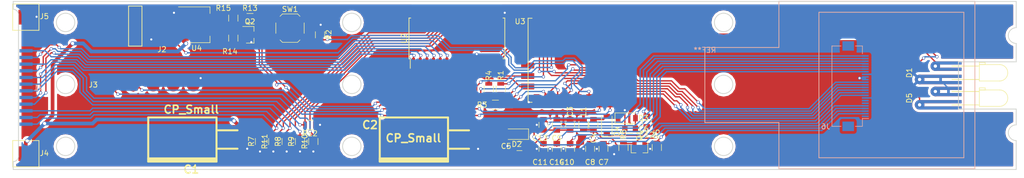
<source format=kicad_pcb>
(kicad_pcb (version 4) (host pcbnew 4.0.6)
  (layers (0 F.Cu signal) (31 B.Cu signal) (34 B.Paste user) (35 F.Paste user) (36 B.SilkS user) (37 F.SilkS user) (38 B.Mask user) (39 F.Mask user) (44 Edge.Cuts user))
  (net 0 "")
  (net 1 "Net-(J1-Pad12)")
  (net 2 "Net-(J1-Pad11)")
  (net 3 "Net-(J1-Pad10)")
  (net 4 "Net-(J1-Pad9)")
  (net 5 "Net-(J1-Pad8)")
  (net 6 "Net-(J1-Pad7)")
  (net 7 "Net-(J1-Pad6)")
  (net 8 "Net-(J1-Pad5)")
  (net 9 "Net-(J1-Pad4)")
  (net 10 "Net-(J1-Pad3)")
  (net 11 "Net-(J1-Pad2)")
  (net 12 "Net-(J1-Pad1)")
  (net 13 GND)
  (net 14 TX)
  (net 15 RX)
  (net 16 "Net-(R1-Pad1)")
  (net 17 "Net-(D1-Pad2)")
  (net 18 RESET)
  (net 19 "Net-(U2-Pad7)")
  (net 20 "Net-(U2-Pad8)")
  (net 21 "Net-(U3-Pad1)")
  (net 22 "Net-(U3-Pad2)")
  (net 23 "Net-(U2-Pad11)")
  (net 24 "Net-(U2-Pad14)")
  (net 25 "Net-(U3-Pad19)")
  (net 26 "Net-(U3-Pad20)")
  (net 27 "Net-(U2-Pad13)")
  (net 28 "Net-(U2-Pad12)")
  (net 29 "Net-(U2-Pad19)")
  (net 30 "Net-(U2-Pad20)")
  (net 31 "Net-(U2-Pad27)")
  (net 32 "Net-(U2-Pad28)")
  (net 33 "Net-(C1-Pad1)")
  (net 34 VCI)
  (net 35 "Net-(C4-Pad1)")
  (net 36 "Net-(C4-Pad2)")
  (net 37 PREVGH)
  (net 38 PREVGL)
  (net 39 VGL)
  (net 40 VGH)
  (net 41 VDD)
  (net 42 VSL)
  (net 43 VCOM)
  (net 44 VPP)
  (net 45 D/C)
  (net 46 "Net-(J6-Pad1)")
  (net 47 GDR)
  (net 48 RESE)
  (net 49 "Net-(J6-Pad6)")
  (net 50 "Net-(J6-Pad7)")
  (net 51 BUSY)
  (net 52 RES#)
  (net 53 CS)
  (net 54 CLK)
  (net 55 DIN)
  (net 56 VSH)
  (net 57 "Net-(J3-Pad4)")
  (net 58 "Net-(D5-Pad1)")
  (net 59 "Net-(Q2-Pad2)")
  (net 60 "Net-(Q2-Pad1)")
  (module ePaper:ePaper_1.54in (layer B.Cu) (at 171.704 48.768 180)
    (fp_text reference REF** (at 0 -0.5 180) (layer B.SilkS) (effects (justify mirror)))
    (fp_text value ePaper_1.54in)
  )
  (module ESP8266:ESP-12E_SMD (layer F.Cu) (at 153.67 44.216 270)
    (fp_text reference U3 (at -0.401 17.145 360) (layer F.SilkS))
    (fp_text value ESP-12E hide)
    (pad 1 smd rect (at 0 0 270) (size 2.5 1.1) (drill (offset -0.7 0)) (layers F.Cu F.Paste F.Mask) (net 21 "Net-(U3-Pad1)"))
    (pad 2 smd rect (at 0 2 270) (size 2.5 1.1) (drill (offset -0.7 0)) (layers F.Cu F.Paste F.Mask) (net 22 "Net-(U3-Pad2)"))
    (pad 3 smd rect (at 0 4 270) (size 2.5 1.1) (drill (offset -0.7 0)) (layers F.Cu F.Paste F.Mask) (net 34 VCI))
    (pad 4 smd rect (at 0 6 270) (size 2.5 1.1) (drill (offset -0.7 0)) (layers F.Cu F.Paste F.Mask) (net 59 "Net-(Q2-Pad2)"))
    (pad 5 smd rect (at 0 8 270) (size 2.5 1.1) (drill (offset -0.7 0)) (layers F.Cu F.Paste F.Mask) (net 54 CLK))
    (pad 6 smd rect (at 0 10 270) (size 2.5 1.1) (drill (offset -0.7 0)) (layers F.Cu F.Paste F.Mask) (net 16 "Net-(R1-Pad1)"))
    (pad 7 smd rect (at 0 12 270) (size 2.5 1.1) (drill (offset -0.7 0)) (layers F.Cu F.Paste F.Mask) (net 55 DIN))
    (pad 8 smd rect (at 0 14 270) (size 2.5 1.1) (drill (offset -0.7 0)) (layers F.Cu F.Paste F.Mask) (net 34 VCI))
    (pad 9 smd rect (at 14 14 270) (size 2.5 1.1) (drill (offset 0.7 0)) (layers F.Cu F.Paste F.Mask) (net 13 GND))
    (pad 10 smd rect (at 14 12 270) (size 2.5 1.1) (drill (offset 0.7 0)) (layers F.Cu F.Paste F.Mask) (net 53 CS))
    (pad 11 smd rect (at 14 10 270) (size 2.5 1.1) (drill (offset 0.7 0)) (layers F.Cu F.Paste F.Mask) (net 52 RES#))
    (pad 12 smd rect (at 14 8 270) (size 2.5 1.1) (drill (offset 0.7 0)) (layers F.Cu F.Paste F.Mask) (net 45 D/C))
    (pad 13 smd rect (at 14 6 270) (size 2.5 1.1) (drill (offset 0.7 0)) (layers F.Cu F.Paste F.Mask) (net 51 BUSY))
    (pad 14 smd rect (at 14 4 270) (size 2.5 1.1) (drill (offset 0.7 0)) (layers F.Cu F.Paste F.Mask) (net 18 RESET))
    (pad 15 smd rect (at 14 2 270) (size 2.5 1.1) (drill (offset 0.7 0)) (layers F.Cu F.Paste F.Mask) (net 15 RX))
    (pad 16 smd rect (at 14 0 270) (size 2.5 1.1) (drill (offset 0.7 0)) (layers F.Cu F.Paste F.Mask) (net 14 TX))
    (pad 17 smd rect (at 1.99 15) (size 2.5 1.1) (drill (offset -0.7 0)) (layers F.Cu F.Paste F.Mask) (net 23 "Net-(U2-Pad11)"))
    (pad 18 smd rect (at 3.99 15) (size 2.5 1.1) (drill (offset -0.7 0)) (layers F.Cu F.Paste F.Mask) (net 24 "Net-(U2-Pad14)"))
    (pad 19 smd rect (at 5.99 15) (size 2.5 1.1) (drill (offset -0.7 0)) (layers F.Cu F.Paste F.Mask) (net 25 "Net-(U3-Pad19)"))
    (pad 20 smd rect (at 7.99 15) (size 2.5 1.1) (drill (offset -0.7 0)) (layers F.Cu F.Paste F.Mask) (net 26 "Net-(U3-Pad20)"))
    (pad 21 smd rect (at 9.99 15) (size 2.5 1.1) (drill (offset -0.7 0)) (layers F.Cu F.Paste F.Mask) (net 27 "Net-(U2-Pad13)"))
    (pad 22 smd rect (at 11.99 15) (size 2.5 1.1) (drill (offset -0.7 0)) (layers F.Cu F.Paste F.Mask) (net 28 "Net-(U2-Pad12)"))
  )
  (module Housings_SOIC:SOIC-28W_7.5x17.9mm_Pitch1.27mm (layer F.Cu) (at 124.4854 47.0408 90)
    (fp_text reference U2 (at 0 -10.05 90) (layer F.SilkS))
    (fp_text value MCP23S17)
    (pad 1 smd rect (at -4.7 -8.255 90) (size 2 0.6) (layers F.Cu F.Paste F.Mask) (net 8 "Net-(J1-Pad5)"))
    (pad 2 smd rect (at -4.7 -6.985 90) (size 2 0.6) (layers F.Cu F.Paste F.Mask) (net 3 "Net-(J1-Pad10)"))
    (pad 3 smd rect (at -4.7 -5.715 90) (size 2 0.6) (layers F.Cu F.Paste F.Mask) (net 1 "Net-(J1-Pad12)"))
    (pad 4 smd rect (at -4.7 -4.445 90) (size 2 0.6) (layers F.Cu F.Paste F.Mask) (net 9 "Net-(J1-Pad4)"))
    (pad 5 smd rect (at -4.7 -3.175 90) (size 2 0.6) (layers F.Cu F.Paste F.Mask) (net 4 "Net-(J1-Pad9)"))
    (pad 6 smd rect (at -4.7 -1.905 90) (size 2 0.6) (layers F.Cu F.Paste F.Mask) (net 2 "Net-(J1-Pad11)"))
    (pad 7 smd rect (at -4.7 -0.635 90) (size 2 0.6) (layers F.Cu F.Paste F.Mask) (net 19 "Net-(U2-Pad7)"))
    (pad 8 smd rect (at -4.7 0.635 90) (size 2 0.6) (layers F.Cu F.Paste F.Mask) (net 20 "Net-(U2-Pad8)"))
    (pad 9 smd rect (at -4.7 1.905 90) (size 2 0.6) (layers F.Cu F.Paste F.Mask) (net 34 VCI))
    (pad 10 smd rect (at -4.7 3.175 90) (size 2 0.6) (layers F.Cu F.Paste F.Mask) (net 13 GND))
    (pad 11 smd rect (at -4.7 4.445 90) (size 2 0.6) (layers F.Cu F.Paste F.Mask) (net 23 "Net-(U2-Pad11)"))
    (pad 12 smd rect (at -4.7 5.715 90) (size 2 0.6) (layers F.Cu F.Paste F.Mask) (net 28 "Net-(U2-Pad12)"))
    (pad 13 smd rect (at -4.7 6.985 90) (size 2 0.6) (layers F.Cu F.Paste F.Mask) (net 27 "Net-(U2-Pad13)"))
    (pad 14 smd rect (at -4.7 8.255 90) (size 2 0.6) (layers F.Cu F.Paste F.Mask) (net 24 "Net-(U2-Pad14)"))
    (pad 15 smd rect (at 4.7 8.255 90) (size 2 0.6) (layers F.Cu F.Paste F.Mask) (net 13 GND))
    (pad 16 smd rect (at 4.7 6.985 90) (size 2 0.6) (layers F.Cu F.Paste F.Mask) (net 13 GND))
    (pad 17 smd rect (at 4.7 5.715 90) (size 2 0.6) (layers F.Cu F.Paste F.Mask) (net 13 GND))
    (pad 18 smd rect (at 4.7 4.445 90) (size 2 0.6) (layers F.Cu F.Paste F.Mask) (net 34 VCI))
    (pad 19 smd rect (at 4.7 3.175 90) (size 2 0.6) (layers F.Cu F.Paste F.Mask) (net 29 "Net-(U2-Pad19)"))
    (pad 20 smd rect (at 4.7 1.905 90) (size 2 0.6) (layers F.Cu F.Paste F.Mask) (net 30 "Net-(U2-Pad20)"))
    (pad 21 smd rect (at 4.7 0.635 90) (size 2 0.6) (layers F.Cu F.Paste F.Mask) (net 5 "Net-(J1-Pad8)"))
    (pad 22 smd rect (at 4.7 -0.635 90) (size 2 0.6) (layers F.Cu F.Paste F.Mask) (net 6 "Net-(J1-Pad7)"))
    (pad 23 smd rect (at 4.7 -1.905 90) (size 2 0.6) (layers F.Cu F.Paste F.Mask) (net 7 "Net-(J1-Pad6)"))
    (pad 24 smd rect (at 4.7 -3.175 90) (size 2 0.6) (layers F.Cu F.Paste F.Mask) (net 10 "Net-(J1-Pad3)"))
    (pad 25 smd rect (at 4.7 -4.445 90) (size 2 0.6) (layers F.Cu F.Paste F.Mask) (net 11 "Net-(J1-Pad2)"))
    (pad 26 smd rect (at 4.7 -5.715 90) (size 2 0.6) (layers F.Cu F.Paste F.Mask) (net 12 "Net-(J1-Pad1)"))
    (pad 27 smd rect (at 4.7 -6.985 90) (size 2 0.6) (layers F.Cu F.Paste F.Mask) (net 31 "Net-(U2-Pad27)"))
    (pad 28 smd rect (at 4.7 -8.255 90) (size 2 0.6) (layers F.Cu F.Paste F.Mask) (net 32 "Net-(U2-Pad28)"))
  )
  (module Connector_FFC-FPC:Hirose_FH12-24S-0.5SH_1x24-1MP_P0.50mm_Horizontal (layer B.Cu) (at 200.406 56.134 90)
    (fp_text reference J6 (at -7.6992 -5.6996 360) (layer B.SilkS) (effects (justify mirror)))
    (fp_text value CONN_01X24)
    (pad MP smd rect (at 7.65 -1.4 90) (size 1.8 2.2) (layers B.Cu B.Paste B.Mask))
    (pad MP smd rect (at -7.65 -1.4 90) (size 1.8 2.2) (layers B.Cu B.Paste B.Mask))
    (pad 1 smd rect (at -5.75 1.85 90) (size 0.3 1.3) (layers B.Cu B.Paste B.Mask) (net 46 "Net-(J6-Pad1)"))
    (pad 2 smd rect (at -5.25 1.85 90) (size 0.3 1.3) (layers B.Cu B.Paste B.Mask) (net 47 GDR))
    (pad 3 smd rect (at -4.75 1.85 90) (size 0.3 1.3) (layers B.Cu B.Paste B.Mask) (net 48 RESE))
    (pad 4 smd rect (at -4.25 1.85 90) (size 0.3 1.3) (layers B.Cu B.Paste B.Mask) (net 39 VGL))
    (pad 5 smd rect (at -3.75 1.85 90) (size 0.3 1.3) (layers B.Cu B.Paste B.Mask) (net 40 VGH))
    (pad 6 smd rect (at -3.25 1.85 90) (size 0.3 1.3) (layers B.Cu B.Paste B.Mask) (net 49 "Net-(J6-Pad6)"))
    (pad 7 smd rect (at -2.75 1.85 90) (size 0.3 1.3) (layers B.Cu B.Paste B.Mask) (net 50 "Net-(J6-Pad7)"))
    (pad 8 smd rect (at -2.25 1.85 90) (size 0.3 1.3) (layers B.Cu B.Paste B.Mask) (net 13 GND))
    (pad 9 smd rect (at -1.75 1.85 90) (size 0.3 1.3) (layers B.Cu B.Paste B.Mask) (net 51 BUSY))
    (pad 10 smd rect (at -1.25 1.85 90) (size 0.3 1.3) (layers B.Cu B.Paste B.Mask) (net 52 RES#))
    (pad 11 smd rect (at -0.75 1.85 90) (size 0.3 1.3) (layers B.Cu B.Paste B.Mask) (net 45 D/C))
    (pad 12 smd rect (at -0.25 1.85 90) (size 0.3 1.3) (layers B.Cu B.Paste B.Mask) (net 53 CS))
    (pad 13 smd rect (at 0.25 1.85 90) (size 0.3 1.3) (layers B.Cu B.Paste B.Mask) (net 54 CLK))
    (pad 14 smd rect (at 0.75 1.85 90) (size 0.3 1.3) (layers B.Cu B.Paste B.Mask) (net 55 DIN))
    (pad 15 smd rect (at 1.25 1.85 90) (size 0.3 1.3) (layers B.Cu B.Paste B.Mask) (net 34 VCI))
    (pad 16 smd rect (at 1.75 1.85 90) (size 0.3 1.3) (layers B.Cu B.Paste B.Mask) (net 34 VCI))
    (pad 17 smd rect (at 2.25 1.85 90) (size 0.3 1.3) (layers B.Cu B.Paste B.Mask) (net 13 GND))
    (pad 18 smd rect (at 2.75 1.85 90) (size 0.3 1.3) (layers B.Cu B.Paste B.Mask) (net 41 VDD))
    (pad 19 smd rect (at 3.25 1.85 90) (size 0.3 1.3) (layers B.Cu B.Paste B.Mask) (net 44 VPP))
    (pad 20 smd rect (at 3.75 1.85 90) (size 0.3 1.3) (layers B.Cu B.Paste B.Mask) (net 56 VSH))
    (pad 21 smd rect (at 4.25 1.85 90) (size 0.3 1.3) (layers B.Cu B.Paste B.Mask) (net 37 PREVGH))
    (pad 22 smd rect (at 4.75 1.85 90) (size 0.3 1.3) (layers B.Cu B.Paste B.Mask) (net 42 VSL))
    (pad 23 smd rect (at 5.25 1.85 90) (size 0.3 1.3) (layers B.Cu B.Paste B.Mask) (net 38 PREVGL))
    (pad 24 smd rect (at 5.75 1.85 90) (size 0.3 1.3) (layers B.Cu B.Paste B.Mask) (net 43 VCOM))
  )
  (module SMD_Packages:1Pin (layer F.Cu) (at 42.4 43)
    (fp_text reference J5 (at 3.5232 -0.1502 180) (layer F.SilkS))
    (fp_text value CONN_01X01)
    (pad 1 smd rect (at 0 0) (size 2.8 2.8) (layers F.Cu F.Paste F.Mask) (net 13 GND))
  )
  (module Terminal:SolderPad_1x12_1.27mm (layer B.Cu) (at 42.4434 56.388)
    (fp_text reference J1 (at 2.3114 0.0508 180) (layer B.SilkS) (effects (justify mirror)))
    (fp_text value CONN_01X12)
    (pad 12 smd rect (at 0 -6.985) (size 2.51 0.635) (layers B.Cu B.Paste B.Mask) (net 1 "Net-(J1-Pad12)"))
    (pad 11 smd rect (at 0 -5.715) (size 2.51 0.635) (layers B.Cu B.Paste B.Mask) (net 2 "Net-(J1-Pad11)"))
    (pad 10 smd rect (at 0 -4.445) (size 2.51 0.635) (layers B.Cu B.Paste B.Mask) (net 3 "Net-(J1-Pad10)"))
    (pad 9 smd rect (at 0 -3.175) (size 2.51 0.635) (layers B.Cu B.Paste B.Mask) (net 4 "Net-(J1-Pad9)"))
    (pad 8 smd rect (at 0 -1.905) (size 2.51 0.635) (layers B.Cu B.Paste B.Mask) (net 5 "Net-(J1-Pad8)"))
    (pad 7 smd rect (at 0 -0.635) (size 2.51 0.635) (layers B.Cu B.Paste B.Mask) (net 6 "Net-(J1-Pad7)"))
    (pad 6 smd rect (at 0 0.635) (size 2.51 0.635) (layers B.Cu B.Paste B.Mask) (net 7 "Net-(J1-Pad6)"))
    (pad 5 smd rect (at 0 1.905) (size 2.51 0.635) (layers B.Cu B.Paste B.Mask) (net 8 "Net-(J1-Pad5)"))
    (pad 4 smd rect (at 0 3.175) (size 2.51 0.635) (layers B.Cu B.Paste B.Mask) (net 9 "Net-(J1-Pad4)"))
    (pad 3 smd rect (at 0 4.445) (size 2.51 0.635) (layers B.Cu B.Paste B.Mask) (net 10 "Net-(J1-Pad3)"))
    (pad 2 smd rect (at 0 5.715) (size 2.51 0.635) (layers B.Cu B.Paste B.Mask) (net 11 "Net-(J1-Pad2)"))
    (pad 1 smd rect (at 0 6.985) (size 2.51 0.635) (layers B.Cu B.Paste B.Mask) (net 12 "Net-(J1-Pad1)"))
  )
  (module Terminal:Pin_Header_SMD_1x3_Angled_2.54mm (layer F.Cu) (at 65.786 45.974)
    (fp_text reference J2 (at 2.54 3.175) (layer F.SilkS))
    (fp_text value CONN_01X03)
    (pad 2 smd rect (at 2.54 -1.27) (size 2.51 1) (layers F.Cu F.Paste F.Mask) (net 45 D/C))
    (pad 1 smd rect (at 2.54 -3.81) (size 2.51 1) (layers F.Cu F.Paste F.Mask) (net 34 VCI))
    (pad 3 smd rect (at 2.54 1.27) (size 2.51 1) (layers F.Cu F.Paste F.Mask) (net 13 GND))
  )
  (module Resistors_SMD:R_0805 (layer F.Cu) (at 132.842 56.642 270)
    (fp_text reference R1 (at -2.54 0 270) (layer F.SilkS))
    (fp_text value 330)
    (pad 1 smd rect (at -0.95 0 270) (size 0.7 1.3) (layers F.Cu F.Paste F.Mask) (net 16 "Net-(R1-Pad1)"))
    (pad 2 smd rect (at 0.95 0 270) (size 0.7 1.3) (layers F.Cu F.Paste F.Mask) (net 17 "Net-(D1-Pad2)"))
  )
  (module Resistors_SMD:R_0805 (layer F.Cu) (at 98.425 46.355 270)
    (fp_text reference R2 (at 0 -1.65 270) (layer F.SilkS))
    (fp_text value "RND 0805 1 10K")
    (pad 1 smd rect (at -0.95 0 270) (size 0.7 1.3) (layers F.Cu F.Paste F.Mask) (net 13 GND))
    (pad 2 smd rect (at 0.95 0 270) (size 0.7 1.3) (layers F.Cu F.Paste F.Mask) (net 18 RESET))
  )
  (module Buttons_Switches_SMD:SW_SPST_SKQG (layer F.Cu) (at 92.71 45.085)
    (fp_text reference SW1 (at 0 -3.6) (layer F.SilkS))
    (fp_text value SW_DPST_x2)
    (pad 1 smd rect (at -3.1 -1.85) (size 1.8 1.1) (layers F.Cu F.Paste F.Mask) (net 34 VCI))
    (pad 1 smd rect (at 3.1 -1.85) (size 1.8 1.1) (layers F.Cu F.Paste F.Mask) (net 34 VCI))
    (pad 2 smd rect (at -3.1 1.85) (size 1.8 1.1) (layers F.Cu F.Paste F.Mask) (net 18 RESET))
    (pad 2 smd rect (at 3.1 1.85) (size 1.8 1.1) (layers F.Cu F.Paste F.Mask) (net 18 RESET))
  )
  (module SMD_Packages:1Pin (layer F.Cu) (at 42.4 69)
    (fp_text reference J4 (at 3.5232 -0.0898) (layer F.SilkS))
    (fp_text value CONN_01X01)
    (pad 1 smd rect (at 0 0) (size 2.8 2.8) (layers F.Cu F.Paste F.Mask) (net 33 "Net-(C1-Pad1)"))
  )
  (module TO_SOT_Packages_SMD:SOT-223 (layer F.Cu) (at 75.565 44.45)
    (fp_text reference U4 (at -0.635 4.445) (layer F.SilkS))
    (fp_text value LD1117S33CTR)
    (pad 4 smd rect (at 3.15 0) (size 2 3.8) (layers F.Cu F.Paste F.Mask))
    (pad 2 smd rect (at -3.15 0) (size 2 1.5) (layers F.Cu F.Paste F.Mask) (net 34 VCI))
    (pad 3 smd rect (at -3.15 2.3) (size 2 1.5) (layers F.Cu F.Paste F.Mask) (net 33 "Net-(C1-Pad1)"))
    (pad 1 smd rect (at -3.15 -2.3) (size 2 1.5) (layers F.Cu F.Paste F.Mask) (net 13 GND))
  )
  (module Capacitor:CP_8x11.5mm_hor (layer F.Cu) (at 118 66.3 180)
    (fp_text reference C2 (at 10.05 2.7746 180) (layer F.SilkS) (effects (font (size 1.5 1.5) (thickness 0.3))))
    (fp_text value CP_Small (at 1.795 0.26 180) (layer F.SilkS) (effects (font (size 1.5 1.5) (thickness 0.3))))
    (pad 1 smd rect (at -8.8 1.75 180) (size 2 2) (layers F.Cu F.Paste F.Mask) (net 34 VCI))
    (pad 2 smd rect (at -8.8 -1.75 180) (size 2 2) (layers F.Cu F.Paste F.Mask) (net 13 GND))
  )
  (module Capacitors_SMD:C_0805 (layer F.Cu) (at 146.05 63.5 90)
    (fp_text reference C3 (at 2.54 0 90) (layer F.SilkS))
    (fp_text value 4.7uF)
    (pad 1 smd rect (at -1 0 90) (size 1 1.25) (layers F.Cu F.Paste F.Mask) (net 13 GND))
    (pad 2 smd rect (at 1 0 90) (size 1 1.25) (layers F.Cu F.Paste F.Mask) (net 34 VCI))
  )
  (module Capacitors_SMD:C_0805 (layer F.Cu) (at 150.495 63.5 270)
    (fp_text reference C4 (at 2.54 0 270) (layer F.SilkS))
    (fp_text value 1uF)
    (pad 1 smd rect (at -1 0 270) (size 1 1.25) (layers F.Cu F.Paste F.Mask) (net 35 "Net-(C4-Pad1)"))
    (pad 2 smd rect (at 1 0 270) (size 1 1.25) (layers F.Cu F.Paste F.Mask) (net 36 "Net-(C4-Pad2)"))
  )
  (module Capacitors_SMD:C_0805 (layer F.Cu) (at 136.398 67.564 180)
    (fp_text reference C5 (at 2.54 0 180) (layer F.SilkS))
    (fp_text value 1uF)
    (pad 1 smd rect (at -1 0 180) (size 1 1.25) (layers F.Cu F.Paste F.Mask) (net 37 PREVGH))
    (pad 2 smd rect (at 1 0 180) (size 1 1.25) (layers F.Cu F.Paste F.Mask) (net 13 GND))
  )
  (module Capacitors_SMD:C_0805 (layer F.Cu) (at 157.48 64.262 180)
    (fp_text reference C6 (at -2.54 0 180) (layer F.SilkS))
    (fp_text value 1uF)
    (pad 1 smd rect (at -1 0 180) (size 1 1.25) (layers F.Cu F.Paste F.Mask) (net 38 PREVGL))
    (pad 2 smd rect (at 1 0 180) (size 1 1.25) (layers F.Cu F.Paste F.Mask) (net 13 GND))
  )
  (module Capacitors_SMD:C_0805 (layer F.Cu) (at 152.4 68.072 90)
    (fp_text reference C7 (at -2.54 0 180) (layer F.SilkS))
    (fp_text value 1uF)
    (pad 1 smd rect (at -1 0 90) (size 1 1.25) (layers F.Cu F.Paste F.Mask) (net 13 GND))
    (pad 2 smd rect (at 1 0 90) (size 1 1.25) (layers F.Cu F.Paste F.Mask) (net 39 VGL))
  )
  (module Capacitors_SMD:C_0805 (layer F.Cu) (at 149.86 68.072 90)
    (fp_text reference C8 (at -2.54 0 180) (layer F.SilkS))
    (fp_text value 1uF)
    (pad 1 smd rect (at -1 0 90) (size 1 1.25) (layers F.Cu F.Paste F.Mask) (net 13 GND))
    (pad 2 smd rect (at 1 0 90) (size 1 1.25) (layers F.Cu F.Paste F.Mask) (net 40 VGH))
  )
  (module Capacitors_SMD:C_0805 (layer F.Cu) (at 143.51 63.5 90)
    (fp_text reference C9 (at -2.54 0 180) (layer F.SilkS))
    (fp_text value 1uF)
    (pad 1 smd rect (at -1 0 90) (size 1 1.25) (layers F.Cu F.Paste F.Mask) (net 13 GND))
    (pad 2 smd rect (at 1 0 90) (size 1 1.25) (layers F.Cu F.Paste F.Mask) (net 34 VCI))
  )
  (module Capacitors_SMD:C_0805 (layer F.Cu) (at 146.05 68.072 90)
    (fp_text reference C10 (at -2.54 -0.635 180) (layer F.SilkS))
    (fp_text value 1uF)
    (pad 1 smd rect (at -1 0 90) (size 1 1.25) (layers F.Cu F.Paste F.Mask) (net 13 GND))
    (pad 2 smd rect (at 1 0 90) (size 1 1.25) (layers F.Cu F.Paste F.Mask) (net 41 VDD))
  )
  (module Capacitors_SMD:C_0805 (layer F.Cu) (at 140.97 68.072 90)
    (fp_text reference C11 (at -2.54 -0.635 180) (layer F.SilkS))
    (fp_text value 1uF)
    (pad 1 smd rect (at -1 0 90) (size 1 1.25) (layers F.Cu F.Paste F.Mask) (net 13 GND))
    (pad 2 smd rect (at 1 0 90) (size 1 1.25) (layers F.Cu F.Paste F.Mask) (net 56 VSH))
  )
  (module Capacitors_SMD:C_0805 (layer F.Cu) (at 160.655 62.865 90)
    (fp_text reference C12 (at -2.54 0 180) (layer F.SilkS))
    (fp_text value 1uF)
    (pad 1 smd rect (at -1 0 90) (size 1 1.25) (layers F.Cu F.Paste F.Mask) (net 13 GND))
    (pad 2 smd rect (at 1 0 90) (size 1 1.25) (layers F.Cu F.Paste F.Mask) (net 42 VSL))
  )
  (module Capacitors_SMD:C_0805 (layer F.Cu) (at 140.97 63.5 90)
    (fp_text reference C13 (at -2.54 -0.635 180) (layer F.SilkS))
    (fp_text value 1uF)
    (pad 1 smd rect (at -1 0 90) (size 1 1.25) (layers F.Cu F.Paste F.Mask) (net 13 GND))
    (pad 2 smd rect (at 1 0 90) (size 1 1.25) (layers F.Cu F.Paste F.Mask) (net 43 VCOM))
  )
  (module Capacitors_SMD:C_0805 (layer F.Cu) (at 143.51 68.072 90)
    (fp_text reference C14 (at -2.54 0 180) (layer F.SilkS))
    (fp_text value 1uF)
    (pad 1 smd rect (at -1 0 90) (size 1 1.25) (layers F.Cu F.Paste F.Mask) (net 13 GND))
    (pad 2 smd rect (at 1 0 90) (size 1 1.25) (layers F.Cu F.Paste F.Mask) (net 44 VPP))
  )
  (module Diodes_SMD:D_SOD-123 (layer F.Cu) (at 135.89 65.278 180)
    (fp_text reference D2 (at 0 -1.905 180) (layer F.SilkS))
    (fp_text value MBR0520)
    (pad 1 smd rect (at -1.65 0 180) (size 0.9 1.2) (layers F.Cu F.Paste F.Mask) (net 37 PREVGH))
    (pad 2 smd rect (at 1.65 0 180) (size 0.9 1.2) (layers F.Cu F.Paste F.Mask) (net 36 "Net-(C4-Pad2)"))
  )
  (module Diodes_SMD:D_SOD-123 (layer F.Cu) (at 156.845 62.23)
    (fp_text reference D3 (at 3.175 0) (layer F.SilkS))
    (fp_text value MBR0520)
    (pad 1 smd rect (at -1.65 0) (size 0.9 1.2) (layers F.Cu F.Paste F.Mask) (net 35 "Net-(C4-Pad1)"))
    (pad 2 smd rect (at 1.65 0) (size 0.9 1.2) (layers F.Cu F.Paste F.Mask) (net 38 PREVGL))
  )
  (module Diodes_SMD:D_SOD-123 (layer F.Cu) (at 153.035 63.5 90)
    (fp_text reference D4 (at -1.27 1.905 90) (layer F.SilkS))
    (fp_text value MBR0520)
    (pad 1 smd rect (at -1.65 0 90) (size 0.9 1.2) (layers F.Cu F.Paste F.Mask) (net 13 GND))
    (pad 2 smd rect (at 1.65 0 90) (size 0.9 1.2) (layers F.Cu F.Paste F.Mask) (net 35 "Net-(C4-Pad1)"))
  )
  (module Inductors_SMD:L_0805 (layer F.Cu) (at 148.59 63.5 90)
    (fp_text reference L1 (at 2.54 0 90) (layer F.SilkS))
    (fp_text value 68uH)
    (pad 1 smd rect (at -0.95 0 90) (size 0.7 1.3) (layers F.Cu F.Paste F.Mask) (net 36 "Net-(C4-Pad2)"))
    (pad 2 smd rect (at 0.95 0 90) (size 0.7 1.3) (layers F.Cu F.Paste F.Mask) (net 34 VCI))
  )
  (module TO_SOT_Packages_SMD:SOT-23 (layer F.Cu) (at 159.258 68.072 270)
    (fp_text reference Q1 (at -2.54 0 270) (layer F.SilkS))
    (fp_text value AO3418)
    (pad 1 smd rect (at -1 -0.95 270) (size 0.9 0.8) (layers F.Cu F.Paste F.Mask) (net 47 GDR))
    (pad 2 smd rect (at -1 0.95 270) (size 0.9 0.8) (layers F.Cu F.Paste F.Mask) (net 48 RESE))
    (pad 3 smd rect (at 1 0 270) (size 0.9 0.8) (layers F.Cu F.Paste F.Mask) (net 36 "Net-(C4-Pad2)"))
  )
  (module Resistors_SMD:R_0805 (layer F.Cu) (at 131.826 59.69)
    (fp_text reference R3 (at -2.54 0) (layer F.SilkS))
    (fp_text value 10K)
    (pad 1 smd rect (at -0.95 0) (size 0.7 1.3) (layers F.Cu F.Paste F.Mask) (net 13 GND))
    (pad 2 smd rect (at 0.95 0) (size 0.7 1.3) (layers F.Cu F.Paste F.Mask) (net 53 CS))
  )
  (module Resistors_SMD:R_0805 (layer F.Cu) (at 130.556 56.642 270)
    (fp_text reference R4 (at -2.54 0 270) (layer F.SilkS))
    (fp_text value 10K)
    (pad 1 smd rect (at -0.95 0 270) (size 0.7 1.3) (layers F.Cu F.Paste F.Mask) (net 34 VCI))
    (pad 2 smd rect (at 0.95 0 270) (size 0.7 1.3) (layers F.Cu F.Paste F.Mask) (net 52 RES#))
  )
  (module Resistors_SMD:R_0805 (layer F.Cu) (at 162.56 67.818 270)
    (fp_text reference R5 (at -2.54 0 270) (layer F.SilkS))
    (fp_text value 10K)
    (pad 1 smd rect (at -0.95 0 270) (size 0.7 1.3) (layers F.Cu F.Paste F.Mask) (net 47 GDR))
    (pad 2 smd rect (at 0.95 0 270) (size 0.7 1.3) (layers F.Cu F.Paste F.Mask) (net 13 GND))
  )
  (module Resistors_SMD:R_0805 (layer F.Cu) (at 156.21 67.818 270)
    (fp_text reference R6 (at -2.54 0 270) (layer F.SilkS))
    (fp_text value 3)
    (pad 1 smd rect (at -0.95 0 270) (size 0.7 1.3) (layers F.Cu F.Paste F.Mask) (net 48 RESE))
    (pad 2 smd rect (at 0.95 0 270) (size 0.7 1.3) (layers F.Cu F.Paste F.Mask) (net 13 GND))
  )
  (module Terminal:SolderPad_1x5_3.81mm (layer F.Cu) (at 66.675 55.88 90)
    (fp_text reference J3 (at 0 -11.43 180) (layer F.SilkS))
    (fp_text value CONN_01X05)
    (pad 5 smd circle (at 0 7.62 90) (size 2.51 2.51) (layers F.Cu F.Paste F.Mask) (net 13 GND))
    (pad 2 smd circle (at 0 -3.81 90) (size 2.51 2.51) (layers F.Cu F.Paste F.Mask) (net 15 RX))
    (pad 4 smd circle (at 0 3.81 90) (size 2.51 2.51) (layers F.Cu F.Paste F.Mask) (net 57 "Net-(J3-Pad4)"))
    (pad 1 smd circle (at 0 -7.62 90) (size 2.51 2.51) (layers F.Cu F.Paste F.Mask) (net 14 TX))
    (pad 3 smd circle (at 0 0 90) (size 2.51 2.51) (layers F.Cu F.Paste F.Mask) (net 34 VCI))
  )
  (module Resistors_SMD:R_0805 (layer F.Cu) (at 86.995 66.675 90)
    (fp_text reference R7 (at 0 -1.65 90) (layer F.SilkS))
    (fp_text value 10K)
    (pad 1 smd rect (at -0.95 0 90) (size 0.7 1.3) (layers F.Cu F.Paste F.Mask) (net 13 GND))
    (pad 2 smd rect (at 0.95 0 90) (size 0.7 1.3) (layers F.Cu F.Paste F.Mask) (net 12 "Net-(J1-Pad1)"))
  )
  (module Resistors_SMD:R_0805 (layer F.Cu) (at 92.075 66.675 90)
    (fp_text reference R8 (at 0 -1.65 90) (layer F.SilkS))
    (fp_text value 10K)
    (pad 1 smd rect (at -0.95 0 90) (size 0.7 1.3) (layers F.Cu F.Paste F.Mask) (net 13 GND))
    (pad 2 smd rect (at 0.95 0 90) (size 0.7 1.3) (layers F.Cu F.Paste F.Mask) (net 10 "Net-(J1-Pad3)"))
  )
  (module Resistors_SMD:R_0805 (layer F.Cu) (at 94.615 66.675 90)
    (fp_text reference R9 (at 0 -1.65 90) (layer F.SilkS))
    (fp_text value 10K)
    (pad 1 smd rect (at -0.95 0 90) (size 0.7 1.3) (layers F.Cu F.Paste F.Mask) (net 13 GND))
    (pad 2 smd rect (at 0.95 0 90) (size 0.7 1.3) (layers F.Cu F.Paste F.Mask) (net 7 "Net-(J1-Pad6)"))
  )
  (module Resistors_SMD:R_0805 (layer F.Cu) (at 97.155 66.675 90)
    (fp_text reference R10 (at 0 -1.65 90) (layer F.SilkS))
    (fp_text value 10K)
    (pad 1 smd rect (at -0.95 0 90) (size 0.7 1.3) (layers F.Cu F.Paste F.Mask) (net 13 GND))
    (pad 2 smd rect (at 0.95 0 90) (size 0.7 1.3) (layers F.Cu F.Paste F.Mask) (net 5 "Net-(J1-Pad8)"))
  )
  (module Resistors_SMD:R_0805 (layer F.Cu) (at 89.535 66.675 90)
    (fp_text reference R11 (at 0 -1.65 90) (layer F.SilkS))
    (fp_text value 10K)
    (pad 1 smd rect (at -0.95 0 90) (size 0.7 1.3) (layers F.Cu F.Paste F.Mask) (net 13 GND))
    (pad 2 smd rect (at 0.95 0 90) (size 0.7 1.3) (layers F.Cu F.Paste F.Mask) (net 11 "Net-(J1-Pad2)"))
  )
  (module Resistors_SMD:R_0805 (layer F.Cu) (at 96.52 63.5 180)
    (fp_text reference R12 (at 0 -1.65 180) (layer F.SilkS))
    (fp_text value 10K)
    (pad 1 smd rect (at -0.95 0 180) (size 0.7 1.3) (layers F.Cu F.Paste F.Mask) (net 13 GND))
    (pad 2 smd rect (at 0.95 0 180) (size 0.7 1.3) (layers F.Cu F.Paste F.Mask) (net 6 "Net-(J1-Pad7)"))
  )
  (module Resistors_SMD:R_0805 (layer F.Cu) (at 85.09 43.18 180)
    (fp_text reference R13 (at 0 1.905 180) (layer F.SilkS))
    (fp_text value 10K)
    (pad 1 smd rect (at -0.95 0 180) (size 0.7 1.3) (layers F.Cu F.Paste F.Mask) (net 34 VCI))
    (pad 2 smd rect (at 0.95 0 180) (size 0.7 1.3) (layers F.Cu F.Paste F.Mask) (net 58 "Net-(D5-Pad1)"))
  )
  (module Resistors_SMD:R_0805 (layer F.Cu) (at 81.915 46.99 90)
    (fp_text reference R14 (at -2.54 -0.635 180) (layer F.SilkS))
    (fp_text value 10K)
    (pad 1 smd rect (at -0.95 0 90) (size 0.7 1.3) (layers F.Cu F.Paste F.Mask) (net 34 VCI))
    (pad 2 smd rect (at 0.95 0 90) (size 0.7 1.3) (layers F.Cu F.Paste F.Mask) (net 59 "Net-(Q2-Pad2)"))
  )
  (module Resistors_SMD:R_0805 (layer F.Cu) (at 81.915 43.18 90)
    (fp_text reference R15 (at 1.905 -1.905 180) (layer F.SilkS))
    (fp_text value 1K)
    (pad 1 smd rect (at -0.95 0 90) (size 0.7 1.3) (layers F.Cu F.Paste F.Mask) (net 60 "Net-(Q2-Pad1)"))
    (pad 2 smd rect (at 0.95 0 90) (size 0.7 1.3) (layers F.Cu F.Paste F.Mask) (net 58 "Net-(D5-Pad1)"))
  )
  (module TO_SOT_Packages_SMD:SOT-23 (layer F.Cu) (at 85.09 46.355)
    (fp_text reference Q2 (at 0 -2.5) (layer F.SilkS))
    (fp_text value Q_NPN_BCE)
    (pad 1 smd rect (at -1 -0.95) (size 0.9 0.8) (layers F.Cu F.Paste F.Mask) (net 60 "Net-(Q2-Pad1)"))
    (pad 2 smd rect (at -1 0.95) (size 0.9 0.8) (layers F.Cu F.Paste F.Mask) (net 59 "Net-(Q2-Pad2)"))
    (pad 3 smd rect (at 1 0) (size 0.9 0.8) (layers F.Cu F.Paste F.Mask) (net 13 GND))
  )
  (module Capacitor:CP_8x11.5mm_hor (layer F.Cu) (at 73.914 66.294 180)
    (fp_text reference C1 (at 0 -5.7 180) (layer F.SilkS) (effects (font (size 1.5 1.5) (thickness 0.3))))
    (fp_text value CP_Small (at 0 5.7 180) (layer F.SilkS) (effects (font (size 1.5 1.5) (thickness 0.3))))
    (pad 1 smd rect (at -8.8 1.75 180) (size 2 2) (layers F.Cu F.Paste F.Mask) (net 33 "Net-(C1-Pad1)"))
    (pad 2 smd rect (at -8.8 -1.75 180) (size 2 2) (layers F.Cu F.Paste F.Mask) (net 13 GND))
  )
  (module LED_castellation:LED_D3.0mm_Horizontal_O6.35mm_Z2.0mm (layer F.Cu) (at 212.598 54.864 90)
    (fp_text reference D1 (at 1.27 -1.96 90) (layer F.SilkS))
    (fp_text value IR204A)
    (pad 2 thru_hole circle (at 2.54 3 90) (size 1.8 1.8) (drill 0.6) (layers *.Cu *.Mask) (net 17 "Net-(D1-Pad2)"))
    (pad 2 smd rect (at 3.14 5.5 90) (size 0.6 5) (layers B.Cu F.Paste F.Mask) (net 17 "Net-(D1-Pad2)"))
    (pad 2 smd rect (at 1.94 5.5 90) (size 0.6 5) (layers B.Cu F.Paste F.Mask) (net 17 "Net-(D1-Pad2)"))
    (pad 1 smd rect (at -0.6 4 90) (size 0.6 8) (layers B.Cu F.Paste F.Mask) (net 13 GND))
    (pad 1 smd rect (at 0.6 4 90) (size 0.6 8) (layers B.Cu F.Paste F.Mask) (net 13 GND))
    (pad 1 thru_hole circle (at 0 0 90) (size 1.8 1.8) (drill 0.6) (layers *.Cu *.Mask) (net 13 GND))
    (pad 2 thru_hole circle (at 2.54 3 90) (size 1.8 1.8) (drill 0.6) (layers *.Cu *.Mask) (net 17 "Net-(D1-Pad2)"))
    (pad 2 smd rect (at 1.94 5.5 90) (size 0.6 5) (layers F.Cu F.Paste F.Mask) (net 17 "Net-(D1-Pad2)"))
    (pad 2 smd rect (at 3.14 5.5 90) (size 0.6 5) (layers F.Cu F.Paste F.Mask) (net 17 "Net-(D1-Pad2)"))
    (pad 1 smd rect (at 0.6 4 90) (size 0.6 8) (layers F.Cu F.Paste F.Mask) (net 13 GND))
    (pad 1 smd rect (at -0.6 4 90) (size 0.6 8) (layers F.Cu F.Paste F.Mask) (net 13 GND))
    (pad 1 thru_hole circle (at 0 0 90) (size 1.8 1.8) (drill 0.6) (layers *.Cu *.Mask) (net 13 GND))
  )
  (module LED_castellation:LED_D3.0mm_Horizontal_O6.35mm_Z2.0mm (layer F.Cu) (at 212.598 59.69 90)
    (fp_text reference D5 (at 1.27 -1.96 90) (layer F.SilkS))
    (fp_text value SFH203FA)
    (pad 2 thru_hole circle (at 2.54 3 90) (size 1.8 1.8) (drill 0.6) (layers *.Cu *.Mask) (net 13 GND))
    (pad 2 smd rect (at 3.14 5.5 90) (size 0.6 5) (layers B.Cu F.Paste F.Mask) (net 13 GND))
    (pad 2 smd rect (at 1.94 5.5 90) (size 0.6 5) (layers B.Cu F.Paste F.Mask) (net 13 GND))
    (pad 1 smd rect (at -0.6 4 90) (size 0.6 8) (layers B.Cu F.Paste F.Mask) (net 58 "Net-(D5-Pad1)"))
    (pad 1 smd rect (at 0.6 4 90) (size 0.6 8) (layers B.Cu F.Paste F.Mask) (net 58 "Net-(D5-Pad1)"))
    (pad 1 thru_hole circle (at 0 0 90) (size 1.8 1.8) (drill 0.6) (layers *.Cu *.Mask) (net 58 "Net-(D5-Pad1)"))
    (pad 2 thru_hole circle (at 2.54 3 90) (size 1.8 1.8) (drill 0.6) (layers *.Cu *.Mask) (net 13 GND))
    (pad 2 smd rect (at 1.94 5.5 90) (size 0.6 5) (layers F.Cu F.Paste F.Mask) (net 13 GND))
    (pad 2 smd rect (at 3.14 5.5 90) (size 0.6 5) (layers F.Cu F.Paste F.Mask) (net 13 GND))
    (pad 1 smd rect (at 0.6 4 90) (size 0.6 8) (layers F.Cu F.Paste F.Mask) (net 58 "Net-(D5-Pad1)"))
    (pad 1 smd rect (at -0.6 4 90) (size 0.6 8) (layers F.Cu F.Paste F.Mask) (net 58 "Net-(D5-Pad1)"))
    (pad 1 thru_hole circle (at 0 0 90) (size 1.8 1.8) (drill 0.6) (layers *.Cu *.Mask) (net 58 "Net-(D5-Pad1)"))
  )
  (gr_circle (center 175.275 55.8008) (end 177.0254 55.8008) (layer Edge.Cuts) (width 0.15))
  (gr_circle (center 175.275 67.6008) (end 177.0254 67.6008) (layer Edge.Cuts) (width 0.15))
  (gr_circle (center 104.475 67.6008) (end 106.2254 67.6008) (layer Edge.Cuts) (width 0.15))
  (gr_circle (center 104.475 55.8008) (end 106.2254 55.8008) (layer Edge.Cuts) (width 0.15))
  (gr_circle (center 175.275 44.0008) (end 177.0254 44.0008) (layer Edge.Cuts) (width 0.15))
  (gr_circle (center 49.975 67.6008) (end 51.7254 67.6008) (layer Edge.Cuts) (width 0.15))
  (gr_circle (center 49.975 55.8008) (end 51.7254 55.8008) (layer Edge.Cuts) (width 0.15))
  (gr_circle (center 104.475 44.0008) (end 106.2254 44.0008) (layer Edge.Cuts) (width 0.15))
  (gr_circle (center 49.975 44.0008) (end 51.7254 44.0008) (layer Edge.Cuts) (width 0.15))
  (gr_line (start 231 66.5) (end 231 72) (angle 90) (layer Edge.Cuts) (width 0.15))
  (gr_arc (start 231 65) (end 231 63.5) (angle -180) (layer Edge.Cuts) (width 0.15))
  (gr_arc (start 231 46.5) (end 231 45) (angle -180) (layer Edge.Cuts) (width 0.15))
  (gr_line (start 231 48) (end 231 51.5) (angle 90) (layer Edge.Cuts) (width 0.15))
  (gr_line (start 231 60.5) (end 220 60.5) (angle 90) (layer Edge.Cuts) (width 0.15))
  (gr_line (start 220 51.5) (end 231 51.5) (angle 90) (layer Edge.Cuts) (width 0.15))
  (gr_line (start 231 60.5) (end 231 63.5) (angle 90) (layer Edge.Cuts) (width 0.15))
  (gr_line (start 220 51.5) (end 220 60.5) (angle 90) (layer Edge.Cuts) (width 0.15))
  (gr_line (start 231 40) (end 231 45) (angle 90) (layer Edge.Cuts) (width 0.15))
  (gr_line (start 41 69.5) (end 41 42.5) (angle 90) (layer Edge.Cuts) (width 0.15))
  (gr_arc (start 40 42.5) (end 40 41.5) (angle 90) (layer Edge.Cuts) (width 0.15))
  (gr_line (start 40 40) (end 40 41.5) (angle 90) (layer Edge.Cuts) (width 0.15))
  (gr_arc (start 40 69.5) (end 40 70.5) (angle -90) (layer Edge.Cuts) (width 0.15))
  (gr_line (start 40 72) (end 40 70.5) (angle 90) (layer Edge.Cuts) (width 0.15))
  (gr_line (start 231 72) (end 40 72) (angle 90) (layer Edge.Cuts) (width 0.15))
  (gr_line (start 40 40) (end 231 40) (angle 90) (layer Edge.Cuts) (width 0.15))
  (segment (start 152.21 57.2054) (end 151.795 57.2054) (width 0.25) (layer F.Cu) (net 0))
  (segment (start 42.4434 49.403) (end 46.101 49.403) (width 0.25) (layer B.Cu) (net 1))
  (segment (start 118.7704 50.3936) (end 118.7704 51.7408) (width 0.25) (layer F.Cu) (net 1))
  (segment (start 118.872 50.292) (end 118.7704 50.3936) (width 0.25) (layer F.Cu) (net 1))
  (via (at 118.872 50.292) (size 0.6) (drill 0.4) (layers F.Cu B.Cu) (net 1))
  (segment (start 118.618 50.038) (end 118.872 50.292) (width 0.25) (layer B.Cu) (net 1))
  (segment (start 117.602 49.022) (end 118.618 50.038) (width 0.25) (layer B.Cu) (net 1))
  (segment (start 105.664 49.022) (end 117.602 49.022) (width 0.25) (layer B.Cu) (net 1))
  (segment (start 102.616 52.07) (end 105.664 49.022) (width 0.25) (layer B.Cu) (net 1))
  (segment (start 53.848 52.07) (end 102.616 52.07) (width 0.25) (layer B.Cu) (net 1))
  (segment (start 52.324 50.546) (end 53.848 52.07) (width 0.25) (layer B.Cu) (net 1))
  (segment (start 47.244 50.546) (end 52.324 50.546) (width 0.25) (layer B.Cu) (net 1))
  (segment (start 46.101 49.403) (end 47.244 50.546) (width 0.25) (layer B.Cu) (net 1))
  (segment (start 42.4434 50.673) (end 44.577 50.673) (width 0.25) (layer B.Cu) (net 2))
  (segment (start 122.5804 50.3936) (end 122.5804 51.7408) (width 0.25) (layer F.Cu) (net 2))
  (segment (start 122.682 50.292) (end 122.5804 50.3936) (width 0.25) (layer F.Cu) (net 2))
  (via (at 122.682 50.292) (size 0.6) (drill 0.4) (layers F.Cu B.Cu) (net 2))
  (segment (start 119.888 47.498) (end 122.682 50.292) (width 0.25) (layer B.Cu) (net 2))
  (segment (start 104.902 47.498) (end 119.888 47.498) (width 0.25) (layer B.Cu) (net 2))
  (segment (start 101.854 50.546) (end 104.902 47.498) (width 0.25) (layer B.Cu) (net 2))
  (segment (start 54.552002 50.546) (end 101.854 50.546) (width 0.25) (layer B.Cu) (net 2))
  (segment (start 53.028002 49.022) (end 54.552002 50.546) (width 0.25) (layer B.Cu) (net 2))
  (segment (start 49.022 49.022) (end 53.028002 49.022) (width 0.25) (layer B.Cu) (net 2))
  (segment (start 48.768 48.768) (end 49.022 49.022) (width 0.25) (layer B.Cu) (net 2))
  (via (at 48.768 48.768) (size 0.6) (drill 0.4) (layers F.Cu B.Cu) (net 2))
  (segment (start 48.26 48.26) (end 48.768 48.768) (width 0.25) (layer F.Cu) (net 2))
  (segment (start 46.99 48.26) (end 48.26 48.26) (width 0.25) (layer F.Cu) (net 2))
  (segment (start 45.212 50.038) (end 46.99 48.26) (width 0.25) (layer F.Cu) (net 2))
  (via (at 45.212 50.038) (size 0.6) (drill 0.4) (layers F.Cu B.Cu) (net 2))
  (segment (start 44.577 50.673) (end 45.212 50.038) (width 0.25) (layer B.Cu) (net 2))
  (segment (start 42.4434 51.943) (end 46.355 51.943) (width 0.25) (layer B.Cu) (net 3))
  (segment (start 117.5004 50.3936) (end 117.5004 51.7408) (width 0.25) (layer F.Cu) (net 3))
  (segment (start 117.602 50.292) (end 117.5004 50.3936) (width 0.25) (layer F.Cu) (net 3))
  (via (at 117.602 50.292) (size 0.6) (drill 0.4) (layers F.Cu B.Cu) (net 3))
  (segment (start 116.84 49.53) (end 117.602 50.292) (width 0.25) (layer B.Cu) (net 3))
  (segment (start 105.918 49.53) (end 116.84 49.53) (width 0.25) (layer B.Cu) (net 3))
  (segment (start 102.87 52.578) (end 105.918 49.53) (width 0.25) (layer B.Cu) (net 3))
  (segment (start 53.594 52.578) (end 102.87 52.578) (width 0.25) (layer B.Cu) (net 3))
  (segment (start 52.127998 51.111998) (end 53.594 52.578) (width 0.25) (layer B.Cu) (net 3))
  (segment (start 47.186002 51.111998) (end 52.127998 51.111998) (width 0.25) (layer B.Cu) (net 3))
  (segment (start 46.355 51.943) (end 47.186002 51.111998) (width 0.25) (layer B.Cu) (net 3))
  (segment (start 42.4434 53.213) (end 44.577 53.213) (width 0.25) (layer B.Cu) (net 4))
  (segment (start 121.3104 50.3936) (end 121.3104 51.7408) (width 0.25) (layer F.Cu) (net 4))
  (segment (start 121.412 50.292) (end 121.3104 50.3936) (width 0.25) (layer F.Cu) (net 4))
  (via (at 121.412 50.292) (size 0.6) (drill 0.4) (layers F.Cu B.Cu) (net 4))
  (segment (start 119.126 48.006) (end 121.412 50.292) (width 0.25) (layer B.Cu) (net 4))
  (segment (start 105.156 48.006) (end 119.126 48.006) (width 0.25) (layer B.Cu) (net 4))
  (segment (start 102.108 51.054) (end 105.156 48.006) (width 0.25) (layer B.Cu) (net 4))
  (segment (start 54.356 51.054) (end 102.108 51.054) (width 0.25) (layer B.Cu) (net 4))
  (segment (start 52.832 49.53) (end 54.356 51.054) (width 0.25) (layer B.Cu) (net 4))
  (segment (start 49.726002 49.53) (end 52.832 49.53) (width 0.25) (layer B.Cu) (net 4))
  (segment (start 48.514 49.53) (end 49.726002 49.53) (width 0.25) (layer B.Cu) (net 4))
  (segment (start 48.006 49.022) (end 48.514 49.53) (width 0.25) (layer B.Cu) (net 4))
  (segment (start 47.244 49.022) (end 48.006 49.022) (width 0.25) (layer B.Cu) (net 4))
  (via (at 47.244 49.022) (size 0.6) (drill 0.4) (layers F.Cu B.Cu) (net 4))
  (segment (start 45.72 50.546) (end 47.244 49.022) (width 0.25) (layer F.Cu) (net 4))
  (segment (start 45.72 52.07) (end 45.72 50.546) (width 0.25) (layer F.Cu) (net 4))
  (segment (start 45.212 52.578) (end 45.72 52.07) (width 0.25) (layer F.Cu) (net 4))
  (via (at 45.212 52.578) (size 0.6) (drill 0.4) (layers F.Cu B.Cu) (net 4))
  (segment (start 44.577 53.213) (end 45.212 52.578) (width 0.25) (layer B.Cu) (net 4))
  (segment (start 96.52 64.77) (end 96.52 60.96) (width 0.25) (layer F.Cu) (net 5))
  (segment (start 125.1204 43.0276) (end 125.1204 42.3408) (width 0.25) (layer F.Cu) (net 5))
  (segment (start 119.634 48.514) (end 125.1204 43.0276) (width 0.25) (layer F.Cu) (net 5))
  (segment (start 108.966 48.514) (end 119.634 48.514) (width 0.25) (layer F.Cu) (net 5))
  (segment (start 96.52 60.96) (end 108.966 48.514) (width 0.25) (layer F.Cu) (net 5))
  (segment (start 93.98 61.595) (end 94.615 62.23) (width 0.25) (layer B.Cu) (net 5))
  (segment (start 45.593 54.483) (end 48.006 52.07) (width 0.25) (layer B.Cu) (net 5))
  (segment (start 48.006 52.07) (end 51.435 52.07) (width 0.25) (layer B.Cu) (net 5))
  (segment (start 51.435 52.07) (end 51.562 52.07) (width 0.25) (layer B.Cu) (net 5))
  (segment (start 51.562 52.07) (end 53.975 54.483) (width 0.25) (layer B.Cu) (net 5))
  (segment (start 53.975 54.483) (end 53.975 57.023) (width 0.25) (layer B.Cu) (net 5))
  (segment (start 53.975 57.023) (end 55.372 58.42) (width 0.25) (layer B.Cu) (net 5))
  (segment (start 55.372 58.42) (end 79.375 58.42) (width 0.25) (layer B.Cu) (net 5))
  (segment (start 79.375 58.42) (end 90.805 58.42) (width 0.25) (layer B.Cu) (net 5))
  (segment (start 90.805 58.42) (end 93.98 61.595) (width 0.25) (layer B.Cu) (net 5))
  (segment (start 42.4434 54.483) (end 45.593 54.483) (width 0.25) (layer B.Cu) (net 5))
  (segment (start 96.52 64.77) (end 97.155 65.405) (width 0.25) (layer F.Cu) (net 5))
  (via (at 96.52 64.77) (size 0.6) (drill 0.4) (layers F.Cu B.Cu) (net 5))
  (segment (start 96.52 62.865) (end 96.52 64.77) (width 0.25) (layer B.Cu) (net 5))
  (segment (start 95.885 62.23) (end 96.52 62.865) (width 0.25) (layer B.Cu) (net 5))
  (segment (start 94.615 62.23) (end 95.885 62.23) (width 0.25) (layer B.Cu) (net 5))
  (segment (start 97.155 65.405) (end 97.155 65.725) (width 0.25) (layer F.Cu) (net 5))
  (segment (start 95.57 63.5) (end 95.57 61.148) (width 0.25) (layer F.Cu) (net 6))
  (segment (start 123.8504 43.5356) (end 123.8504 42.3408) (width 0.25) (layer F.Cu) (net 6))
  (segment (start 119.38 48.006) (end 123.8504 43.5356) (width 0.25) (layer F.Cu) (net 6))
  (segment (start 108.712 48.006) (end 119.38 48.006) (width 0.25) (layer F.Cu) (net 6))
  (segment (start 95.57 61.148) (end 108.712 48.006) (width 0.25) (layer F.Cu) (net 6))
  (segment (start 93.98 62.865) (end 94.615 63.5) (width 0.25) (layer B.Cu) (net 6))
  (segment (start 45.085 55.753) (end 48.133 52.705) (width 0.25) (layer B.Cu) (net 6))
  (segment (start 48.133 52.705) (end 51.435 52.705) (width 0.25) (layer B.Cu) (net 6))
  (segment (start 51.435 52.705) (end 53.34 54.61) (width 0.25) (layer B.Cu) (net 6))
  (segment (start 53.34 54.61) (end 53.34 57.15) (width 0.25) (layer B.Cu) (net 6))
  (segment (start 53.34 57.15) (end 55.245 59.055) (width 0.25) (layer B.Cu) (net 6))
  (segment (start 55.245 59.055) (end 90.17 59.055) (width 0.25) (layer B.Cu) (net 6))
  (segment (start 90.17 59.055) (end 93.98 62.865) (width 0.25) (layer B.Cu) (net 6))
  (segment (start 42.4434 55.753) (end 45.085 55.753) (width 0.25) (layer B.Cu) (net 6))
  (segment (start 94.615 63.5) (end 95.57 63.5) (width 0.25) (layer F.Cu) (net 6))
  (via (at 94.615 63.5) (size 0.6) (drill 0.4) (layers F.Cu B.Cu) (net 6))
  (segment (start 122.5804 42.3408) (end 122.5804 44.0436) (width 0.25) (layer F.Cu) (net 7))
  (segment (start 93.726 63.881) (end 94.615 64.77) (width 0.25) (layer F.Cu) (net 7))
  (segment (start 93.726 62.23) (end 93.726 63.881) (width 0.25) (layer F.Cu) (net 7))
  (segment (start 108.458 47.498) (end 93.726 62.23) (width 0.25) (layer F.Cu) (net 7))
  (segment (start 119.126 47.498) (end 108.458 47.498) (width 0.25) (layer F.Cu) (net 7))
  (segment (start 122.5804 44.0436) (end 119.126 47.498) (width 0.25) (layer F.Cu) (net 7))
  (segment (start 42.4434 57.023) (end 44.577 57.023) (width 0.25) (layer B.Cu) (net 7))
  (segment (start 94.615 64.77) (end 94.615 65.725) (width 0.25) (layer F.Cu) (net 7))
  (via (at 94.615 64.77) (size 0.6) (drill 0.4) (layers F.Cu B.Cu) (net 7))
  (segment (start 89.535 59.69) (end 94.615 64.77) (width 0.25) (layer B.Cu) (net 7))
  (segment (start 55.118 59.69) (end 89.535 59.69) (width 0.25) (layer B.Cu) (net 7))
  (segment (start 52.705 57.277) (end 55.118 59.69) (width 0.25) (layer B.Cu) (net 7))
  (segment (start 52.705 54.737) (end 52.705 57.277) (width 0.25) (layer B.Cu) (net 7))
  (segment (start 51.308 53.34) (end 52.705 54.737) (width 0.25) (layer B.Cu) (net 7))
  (segment (start 48.26 53.34) (end 51.308 53.34) (width 0.25) (layer B.Cu) (net 7))
  (segment (start 44.577 57.023) (end 48.26 53.34) (width 0.25) (layer B.Cu) (net 7))
  (segment (start 106.172 50.038) (end 105.918 50.292) (width 0.25) (layer B.Cu) (net 8))
  (segment (start 116.078 50.038) (end 106.172 50.038) (width 0.25) (layer B.Cu) (net 8))
  (segment (start 116.332 50.292) (end 116.078 50.038) (width 0.25) (layer B.Cu) (net 8))
  (segment (start 42.4434 58.293) (end 44.323 58.293) (width 0.25) (layer B.Cu) (net 8))
  (segment (start 44.323 58.293) (end 45.212 57.404) (width 0.25) (layer B.Cu) (net 8))
  (via (at 45.212 57.404) (size 0.6) (drill 0.4) (layers F.Cu B.Cu) (net 8))
  (segment (start 45.212 57.404) (end 45.212 53.848) (width 0.25) (layer F.Cu) (net 8))
  (via (at 45.212 53.848) (size 0.6) (drill 0.4) (layers F.Cu B.Cu) (net 8))
  (segment (start 103.124 53.086) (end 105.918 50.292) (width 0.25) (layer B.Cu) (net 8))
  (segment (start 53.34 53.086) (end 103.124 53.086) (width 0.25) (layer B.Cu) (net 8))
  (segment (start 51.816 51.562) (end 53.34 53.086) (width 0.25) (layer B.Cu) (net 8))
  (segment (start 47.498 51.562) (end 51.816 51.562) (width 0.25) (layer B.Cu) (net 8))
  (segment (start 45.212 53.848) (end 47.498 51.562) (width 0.25) (layer B.Cu) (net 8))
  (via (at 116.332 50.292) (size 0.6) (drill 0.4) (layers F.Cu B.Cu) (net 8))
  (segment (start 116.332 50.292) (end 116.2304 50.3936) (width 0.25) (layer F.Cu) (net 8))
  (segment (start 116.2304 50.3936) (end 116.2304 51.7408) (width 0.25) (layer F.Cu) (net 8))
  (segment (start 42.6212 58.4708) (end 42.4434 58.293) (width 0.25) (layer B.Cu) (net 8))
  (segment (start 42.4434 59.563) (end 44.069 59.563) (width 0.25) (layer B.Cu) (net 9))
  (segment (start 120.0404 50.3936) (end 120.0404 51.7408) (width 0.25) (layer F.Cu) (net 9))
  (segment (start 120.142 50.292) (end 120.0404 50.3936) (width 0.25) (layer F.Cu) (net 9))
  (via (at 120.142 50.292) (size 0.6) (drill 0.4) (layers F.Cu B.Cu) (net 9))
  (segment (start 118.364 48.514) (end 120.142 50.292) (width 0.25) (layer B.Cu) (net 9))
  (segment (start 105.41 48.514) (end 118.364 48.514) (width 0.25) (layer B.Cu) (net 9))
  (segment (start 102.362 51.562) (end 105.41 48.514) (width 0.25) (layer B.Cu) (net 9))
  (segment (start 54.102 51.562) (end 102.362 51.562) (width 0.25) (layer B.Cu) (net 9))
  (segment (start 52.578 50.038) (end 54.102 51.562) (width 0.25) (layer B.Cu) (net 9))
  (segment (start 48.006 50.038) (end 52.578 50.038) (width 0.25) (layer B.Cu) (net 9))
  (segment (start 47.752 49.784) (end 48.006 50.038) (width 0.25) (layer B.Cu) (net 9))
  (via (at 47.752 49.784) (size 0.6) (drill 0.4) (layers F.Cu B.Cu) (net 9))
  (segment (start 47.244 49.784) (end 47.752 49.784) (width 0.25) (layer F.Cu) (net 9))
  (segment (start 46.228 50.8) (end 47.244 49.784) (width 0.25) (layer F.Cu) (net 9))
  (segment (start 46.228 51.816) (end 46.228 50.8) (width 0.25) (layer F.Cu) (net 9))
  (segment (start 46.228 57.404) (end 46.228 51.816) (width 0.25) (layer F.Cu) (net 9))
  (via (at 46.228 57.404) (size 0.6) (drill 0.4) (layers F.Cu B.Cu) (net 9))
  (segment (start 44.069 59.563) (end 46.228 57.404) (width 0.25) (layer B.Cu) (net 9))
  (segment (start 92.71 64.135) (end 92.71 62.484) (width 0.25) (layer F.Cu) (net 10))
  (segment (start 121.3104 44.5516) (end 121.3104 42.3408) (width 0.25) (layer F.Cu) (net 10))
  (segment (start 118.872 46.99) (end 121.3104 44.5516) (width 0.25) (layer F.Cu) (net 10))
  (segment (start 108.204 46.99) (end 118.872 46.99) (width 0.25) (layer F.Cu) (net 10))
  (segment (start 92.71 62.484) (end 108.204 46.99) (width 0.25) (layer F.Cu) (net 10))
  (segment (start 92.075 65.725) (end 92.075 64.77) (width 0.25) (layer F.Cu) (net 10))
  (segment (start 54.61 60.833) (end 42.4434 60.833) (width 0.25) (layer B.Cu) (net 10))
  (segment (start 55.118 60.325) (end 54.61 60.833) (width 0.25) (layer B.Cu) (net 10))
  (segment (start 88.9 60.325) (end 55.118 60.325) (width 0.25) (layer B.Cu) (net 10))
  (segment (start 92.71 64.135) (end 88.9 60.325) (width 0.25) (layer B.Cu) (net 10))
  (via (at 92.71 64.135) (size 0.6) (drill 0.4) (layers F.Cu B.Cu) (net 10))
  (segment (start 92.075 64.77) (end 92.71 64.135) (width 0.25) (layer F.Cu) (net 10))
  (segment (start 120.0404 42.3408) (end 120.0404 45.0596) (width 0.25) (layer F.Cu) (net 11))
  (segment (start 91.44 62.992) (end 91.44 64.135) (width 0.25) (layer F.Cu) (net 11))
  (segment (start 107.95 46.482) (end 91.44 62.992) (width 0.25) (layer F.Cu) (net 11))
  (segment (start 118.618 46.482) (end 107.95 46.482) (width 0.25) (layer F.Cu) (net 11))
  (segment (start 120.0404 45.0596) (end 118.618 46.482) (width 0.25) (layer F.Cu) (net 11))
  (segment (start 89.535 65.725) (end 89.85 65.725) (width 0.25) (layer F.Cu) (net 11))
  (segment (start 89.85 65.725) (end 91.44 64.135) (width 0.25) (layer F.Cu) (net 11))
  (via (at 91.44 64.135) (size 0.6) (drill 0.4) (layers F.Cu B.Cu) (net 11))
  (segment (start 91.44 64.135) (end 88.265 60.96) (width 0.25) (layer B.Cu) (net 11))
  (segment (start 88.265 60.96) (end 55.245 60.96) (width 0.25) (layer B.Cu) (net 11))
  (segment (start 55.245 60.96) (end 54.61 61.595) (width 0.25) (layer B.Cu) (net 11))
  (segment (start 54.61 61.595) (end 45.085 61.595) (width 0.25) (layer B.Cu) (net 11))
  (segment (start 45.085 61.595) (end 44.577 62.103) (width 0.25) (layer B.Cu) (net 11))
  (segment (start 44.577 62.103) (end 42.4434 62.103) (width 0.25) (layer B.Cu) (net 11))
  (segment (start 90.17 64.135) (end 90.17 63.5) (width 0.25) (layer F.Cu) (net 12))
  (segment (start 118.7704 45.5676) (end 118.7704 42.3408) (width 0.25) (layer F.Cu) (net 12))
  (segment (start 118.364 45.974) (end 118.7704 45.5676) (width 0.25) (layer F.Cu) (net 12))
  (segment (start 107.696 45.974) (end 118.364 45.974) (width 0.25) (layer F.Cu) (net 12))
  (segment (start 90.17 63.5) (end 107.696 45.974) (width 0.25) (layer F.Cu) (net 12))
  (segment (start 86.995 65.725) (end 86.995 65.405) (width 0.25) (layer F.Cu) (net 12))
  (segment (start 86.995 65.405) (end 87.63 64.77) (width 0.25) (layer F.Cu) (net 12))
  (segment (start 87.63 64.77) (end 89.535 64.77) (width 0.25) (layer F.Cu) (net 12))
  (segment (start 89.535 64.77) (end 90.17 64.135) (width 0.25) (layer F.Cu) (net 12))
  (via (at 90.17 64.135) (size 0.6) (drill 0.4) (layers F.Cu B.Cu) (net 12))
  (segment (start 90.17 64.135) (end 87.63 61.595) (width 0.25) (layer B.Cu) (net 12))
  (segment (start 87.63 61.595) (end 55.372 61.595) (width 0.25) (layer B.Cu) (net 12))
  (segment (start 55.372 61.595) (end 54.737 62.23) (width 0.25) (layer B.Cu) (net 12))
  (segment (start 54.737 62.23) (end 45.72 62.23) (width 0.25) (layer B.Cu) (net 12))
  (segment (start 45.72 62.23) (end 44.577 63.373) (width 0.25) (layer B.Cu) (net 12))
  (segment (start 44.577 63.373) (end 42.4434 63.373) (width 0.25) (layer B.Cu) (net 12))
  (segment (start 42.4434 63.373) (end 42.4434 63.2968) (width 0.25) (layer B.Cu) (net 12))
  (segment (start 202.256 53.884) (end 211.618 53.884) (width 0.25) (layer B.Cu) (net 13))
  (segment (start 211.618 53.884) (end 212.598 54.864) (width 0.25) (layer B.Cu) (net 13))
  (segment (start 218.098 57.75) (end 216.198 57.75) (width 0.25) (layer B.Cu) (net 13))
  (segment (start 216.198 57.75) (end 215.598 57.15) (width 0.25) (layer B.Cu) (net 13))
  (segment (start 218.098 56.55) (end 216.198 56.55) (width 0.25) (layer B.Cu) (net 13))
  (segment (start 216.198 56.55) (end 215.598 57.15) (width 0.25) (layer B.Cu) (net 13))
  (segment (start 216.598 55.464) (end 213.198 55.464) (width 0.25) (layer B.Cu) (net 13))
  (segment (start 213.198 55.464) (end 212.598 54.864) (width 0.25) (layer B.Cu) (net 13))
  (segment (start 216.598 54.264) (end 213.198 54.264) (width 0.25) (layer B.Cu) (net 13))
  (segment (start 213.198 54.264) (end 212.598 54.864) (width 0.25) (layer B.Cu) (net 13))
  (segment (start 216.598 55.464) (end 217.012 55.464) (width 0.25) (layer B.Cu) (net 13))
  (segment (start 217.012 55.464) (end 218.098 56.55) (width 0.25) (layer B.Cu) (net 13))
  (segment (start 202.256 53.884) (end 203.672 53.884) (width 0.25) (layer B.Cu) (net 13))
  (segment (start 216.198 56.55) (end 215.598 57.15) (width 0.25) (layer F.Cu) (net 13))
  (segment (start 218.098 57.75) (end 216.198 57.75) (width 0.25) (layer F.Cu) (net 13))
  (segment (start 216.198 57.75) (end 215.598 57.15) (width 0.25) (layer F.Cu) (net 13))
  (segment (start 216.598 54.264) (end 213.198 54.264) (width 0.25) (layer F.Cu) (net 13))
  (segment (start 213.198 54.264) (end 212.598 54.864) (width 0.25) (layer F.Cu) (net 13))
  (segment (start 216.598 55.464) (end 213.198 55.464) (width 0.25) (layer F.Cu) (net 13))
  (segment (start 213.198 55.464) (end 212.598 54.864) (width 0.25) (layer F.Cu) (net 13))
  (segment (start 202.256 58.384) (end 203.672 58.384) (width 0.25) (layer B.Cu) (net 13))
  (segment (start 203.672 58.384) (end 203.708 58.42) (width 0.25) (layer B.Cu) (net 13))
  (segment (start 203.672 53.884) (end 203.708 53.848) (width 0.25) (layer B.Cu) (net 13))
  (segment (start 139.67 58.216) (end 139.142 58.216) (width 0.25) (layer F.Cu) (net 13))
  (segment (start 139.142 58.216) (end 138.176 59.182) (width 0.25) (layer F.Cu) (net 13))
  (via (at 138.176 59.182) (size 0.6) (drill 0.4) (layers F.Cu B.Cu) (net 13))
  (segment (start 139.67 58.216) (end 139.67 57.942) (width 0.25) (layer F.Cu) (net 13))
  (segment (start 68.326 47.244) (end 66.294 47.244) (width 0.25) (layer F.Cu) (net 13))
  (via (at 66.294 47.244) (size 0.6) (drill 0.4) (layers F.Cu B.Cu) (net 13))
  (segment (start 86.09 46.355) (end 86.09 47.006) (width 0.25) (layer F.Cu) (net 13))
  (segment (start 86.09 47.006) (end 85.344 47.752) (width 0.25) (layer F.Cu) (net 13))
  (via (at 85.344 47.752) (size 0.6) (drill 0.4) (layers F.Cu B.Cu) (net 13))
  (segment (start 130.876 59.69) (end 129.794 59.69) (width 0.25) (layer F.Cu) (net 13))
  (via (at 129.54 59.436) (size 0.6) (drill 0.4) (layers F.Cu B.Cu) (net 13))
  (segment (start 129.794 59.69) (end 129.54 59.436) (width 0.25) (layer F.Cu) (net 13))
  (segment (start 135.398 67.564) (end 134.112 67.564) (width 0.25) (layer F.Cu) (net 13))
  (via (at 134.112 67.564) (size 0.6) (drill 0.4) (layers F.Cu B.Cu) (net 13))
  (segment (start 162.56 68.768) (end 161.986 68.768) (width 0.25) (layer F.Cu) (net 13))
  (segment (start 161.986 68.768) (end 161.29 68.072) (width 0.25) (layer F.Cu) (net 13))
  (via (at 161.29 68.072) (size 0.6) (drill 0.4) (layers F.Cu B.Cu) (net 13))
  (segment (start 156.21 68.768) (end 154.752 68.768) (width 0.25) (layer F.Cu) (net 13))
  (via (at 154.432 69.088) (size 0.6) (drill 0.4) (layers F.Cu B.Cu) (net 13))
  (segment (start 154.752 68.768) (end 154.432 69.088) (width 0.25) (layer F.Cu) (net 13))
  (segment (start 140.97 64.5) (end 140.7 64.5) (width 0.25) (layer F.Cu) (net 13))
  (segment (start 140.7 64.5) (end 139.7 63.5) (width 0.25) (layer F.Cu) (net 13))
  (via (at 139.7 63.5) (size 0.6) (drill 0.4) (layers F.Cu B.Cu) (net 13))
  (segment (start 160.655 63.865) (end 160.655 64.643) (width 0.25) (layer F.Cu) (net 13))
  (segment (start 160.655 64.643) (end 159.766 65.532) (width 0.25) (layer F.Cu) (net 13))
  (segment (start 159.766 65.532) (end 156.48 65.532) (width 0.25) (layer F.Cu) (net 13))
  (segment (start 156.48 64.262) (end 156.48 65.532) (width 0.25) (layer F.Cu) (net 13))
  (segment (start 156.48 65.532) (end 153.417 65.532) (width 0.25) (layer F.Cu) (net 13))
  (segment (start 156.21 68.768) (end 155.636 68.768) (width 0.25) (layer F.Cu) (net 13))
  (segment (start 152.4 69.072) (end 152.13 69.072) (width 0.25) (layer F.Cu) (net 13))
  (segment (start 152.13 69.072) (end 151.13 68.072) (width 0.25) (layer F.Cu) (net 13))
  (via (at 151.13 68.072) (size 0.6) (drill 0.4) (layers F.Cu B.Cu) (net 13))
  (segment (start 149.86 69.072) (end 149.59 69.072) (width 0.25) (layer F.Cu) (net 13))
  (segment (start 149.59 69.072) (end 148.59 68.072) (width 0.25) (layer F.Cu) (net 13))
  (via (at 148.59 68.072) (size 0.6) (drill 0.4) (layers F.Cu B.Cu) (net 13))
  (segment (start 146.05 69.072) (end 145.78 69.072) (width 0.25) (layer F.Cu) (net 13))
  (segment (start 145.78 69.072) (end 144.78 68.072) (width 0.25) (layer F.Cu) (net 13))
  (via (at 144.78 68.072) (size 0.6) (drill 0.4) (layers F.Cu B.Cu) (net 13))
  (segment (start 143.51 69.072) (end 143.24 69.072) (width 0.25) (layer F.Cu) (net 13))
  (segment (start 143.24 69.072) (end 142.24 68.072) (width 0.25) (layer F.Cu) (net 13))
  (via (at 142.24 68.072) (size 0.6) (drill 0.4) (layers F.Cu B.Cu) (net 13))
  (segment (start 140.97 69.072) (end 140.7 69.072) (width 0.25) (layer F.Cu) (net 13))
  (segment (start 140.7 69.072) (end 139.7 68.072) (width 0.25) (layer F.Cu) (net 13))
  (via (at 139.7 68.072) (size 0.6) (drill 0.4) (layers F.Cu B.Cu) (net 13))
  (via (at 84.56 68.05) (size 0.6) (drill 0.4) (layers F.Cu B.Cu) (net 13))
  (segment (start 84.56 68.05) (end 84.582 68.072) (width 0.25) (layer F.Cu) (net 13))
  (segment (start 82.8 68.05) (end 84.56 68.05) (width 0.25) (layer F.Cu) (net 13))
  (segment (start 84.56 68.05) (end 84.582 68.072) (width 0.25) (layer B.Cu) (net 13))
  (segment (start 127.6604 51.7408) (end 127.6604 50.6476) (width 0.25) (layer F.Cu) (net 13))
  (via (at 128.27 50.038) (size 0.6) (drill 0.4) (layers F.Cu B.Cu) (net 13))
  (segment (start 127.6604 50.6476) (end 128.27 50.038) (width 0.25) (layer F.Cu) (net 13))
  (segment (start 132.7404 42.3408) (end 133.4272 42.3408) (width 0.25) (layer F.Cu) (net 13))
  (via (at 133.604 42.164) (size 0.6) (drill 0.4) (layers F.Cu B.Cu) (net 13))
  (segment (start 133.4272 42.3408) (end 133.604 42.164) (width 0.25) (layer F.Cu) (net 13))
  (segment (start 131.4704 42.3408) (end 130.2004 42.3408) (width 0.7) (layer F.Cu) (net 13))
  (segment (start 132.7404 42.3408) (end 131.4704 42.3408) (width 0.7) (layer F.Cu) (net 13))
  (segment (start 42.4 43) (end 44.376 43) (width 0.25) (layer F.Cu) (net 13))
  (via (at 44.45 42.926) (size 0.6) (drill 0.4) (layers F.Cu B.Cu) (net 13))
  (segment (start 44.376 43) (end 44.45 42.926) (width 0.25) (layer F.Cu) (net 13))
  (segment (start 74.295 55.88) (end 74.422 55.88) (width 0.25) (layer F.Cu) (net 13))
  (segment (start 74.422 55.88) (end 75.692 54.61) (width 0.25) (layer F.Cu) (net 13))
  (via (at 75.692 54.61) (size 0.6) (drill 0.4) (layers F.Cu B.Cu) (net 13))
  (segment (start 72.415 42.15) (end 70.626 42.15) (width 0.25) (layer F.Cu) (net 13))
  (via (at 70.612 42.164) (size 0.6) (drill 0.4) (layers F.Cu B.Cu) (net 13))
  (segment (start 70.626 42.15) (end 70.612 42.164) (width 0.25) (layer F.Cu) (net 13))
  (segment (start 126.8 68.05) (end 128.502 68.05) (width 0.25) (layer F.Cu) (net 13))
  (via (at 128.524 68.072) (size 0.6) (drill 0.4) (layers F.Cu B.Cu) (net 13))
  (segment (start 128.502 68.05) (end 128.524 68.072) (width 0.25) (layer F.Cu) (net 13))
  (segment (start 97.47 63.5) (end 98.425 63.5) (width 0.25) (layer F.Cu) (net 13))
  (via (at 98.425 63.5) (size 0.6) (drill 0.4) (layers F.Cu B.Cu) (net 13))
  (segment (start 97.155 67.625) (end 97.155 68.58) (width 0.25) (layer F.Cu) (net 13))
  (via (at 97.155 68.58) (size 0.6) (drill 0.4) (layers F.Cu B.Cu) (net 13))
  (segment (start 94.615 67.625) (end 94.615 68.58) (width 0.25) (layer F.Cu) (net 13))
  (via (at 94.615 68.58) (size 0.6) (drill 0.4) (layers F.Cu B.Cu) (net 13))
  (segment (start 92.075 67.625) (end 92.075 68.58) (width 0.25) (layer F.Cu) (net 13))
  (via (at 92.075 68.58) (size 0.6) (drill 0.4) (layers F.Cu B.Cu) (net 13))
  (segment (start 89.535 67.625) (end 89.535 68.58) (width 0.25) (layer F.Cu) (net 13))
  (via (at 89.535 68.58) (size 0.6) (drill 0.4) (layers F.Cu B.Cu) (net 13))
  (segment (start 86.995 67.625) (end 86.995 68.58) (width 0.25) (layer F.Cu) (net 13))
  (via (at 86.995 68.58) (size 0.6) (drill 0.4) (layers F.Cu B.Cu) (net 13))
  (segment (start 98.425 45.405) (end 98.425 44.577) (width 0.25) (layer F.Cu) (net 13))
  (via (at 98.552 44.45) (size 0.6) (drill 0.4) (layers F.Cu B.Cu) (net 13))
  (segment (start 98.425 44.577) (end 98.552 44.45) (width 0.25) (layer F.Cu) (net 13))
  (segment (start 156.48 64.262) (end 156.48 60.722) (width 0.25) (layer F.Cu) (net 13))
  (via (at 156.464 60.706) (size 0.6) (drill 0.4) (layers F.Cu B.Cu) (net 13))
  (segment (start 156.48 60.722) (end 156.464 60.706) (width 0.25) (layer F.Cu) (net 13))
  (segment (start 153.417 65.532) (end 153.035 65.15) (width 0.25) (layer F.Cu) (net 13))
  (segment (start 140.97 64.5) (end 140.732 64.5) (width 0.25) (layer F.Cu) (net 13))
  (segment (start 143.51 64.5) (end 140.97 64.5) (width 0.25) (layer F.Cu) (net 13))
  (segment (start 146.05 64.5) (end 143.51 64.5) (width 0.25) (layer F.Cu) (net 13))
  (segment (start 156.48 64.135) (end 156.59 64.135) (width 0.25) (layer F.Cu) (net 13))
  (segment (start 109.728 61.468) (end 109.982 61.468) (width 0.25) (layer B.Cu) (net 14))
  (segment (start 129.032 61.468) (end 129.286 61.468) (width 0.25) (layer B.Cu) (net 14))
  (segment (start 128.778 61.722) (end 129.032 61.468) (width 0.25) (layer B.Cu) (net 14))
  (via (at 128.778 61.722) (size 0.6) (drill 0.4) (layers F.Cu B.Cu) (net 14))
  (segment (start 110.236 61.722) (end 128.778 61.722) (width 0.25) (layer F.Cu) (net 14))
  (via (at 110.236 61.722) (size 0.6) (drill 0.4) (layers F.Cu B.Cu) (net 14))
  (segment (start 109.982 61.468) (end 110.236 61.722) (width 0.25) (layer B.Cu) (net 14))
  (segment (start 59.055 55.88) (end 59.055 56.769) (width 0.25) (layer F.Cu) (net 14))
  (segment (start 59.055 56.769) (end 59.944 57.658) (width 0.25) (layer F.Cu) (net 14))
  (segment (start 153.67 60.706) (end 153.67 58.216) (width 0.25) (layer F.Cu) (net 14))
  (via (at 153.67 60.706) (size 0.6) (drill 0.4) (layers F.Cu B.Cu) (net 14))
  (segment (start 152.908 61.468) (end 153.67 60.706) (width 0.25) (layer B.Cu) (net 14))
  (segment (start 151.13 61.468) (end 152.908 61.468) (width 0.25) (layer B.Cu) (net 14))
  (segment (start 136.906 61.468) (end 151.13 61.468) (width 0.25) (layer B.Cu) (net 14))
  (segment (start 99.06 61.468) (end 109.728 61.468) (width 0.25) (layer B.Cu) (net 14))
  (segment (start 129.286 61.468) (end 136.906 61.468) (width 0.25) (layer B.Cu) (net 14))
  (segment (start 94.996 61.468) (end 99.06 61.468) (width 0.25) (layer B.Cu) (net 14))
  (segment (start 91.948 58.42) (end 94.996 61.468) (width 0.25) (layer B.Cu) (net 14))
  (segment (start 91.186 57.658) (end 91.948 58.42) (width 0.25) (layer B.Cu) (net 14))
  (segment (start 90.932 57.658) (end 91.186 57.658) (width 0.25) (layer B.Cu) (net 14))
  (segment (start 59.944 57.658) (end 90.932 57.658) (width 0.25) (layer B.Cu) (net 14))
  (via (at 59.944 57.658) (size 0.6) (drill 0.4) (layers F.Cu B.Cu) (net 14))
  (segment (start 59.055 55.88) (end 59.436 55.88) (width 0.25) (layer F.Cu) (net 14))
  (segment (start 109.728 60.96) (end 109.982 60.96) (width 0.25) (layer B.Cu) (net 15))
  (segment (start 128.778 60.452) (end 129.286 60.96) (width 0.25) (layer B.Cu) (net 15))
  (via (at 128.778 60.452) (size 0.6) (drill 0.4) (layers F.Cu B.Cu) (net 15))
  (segment (start 128.27 60.452) (end 128.778 60.452) (width 0.25) (layer F.Cu) (net 15))
  (segment (start 110.49 60.452) (end 128.27 60.452) (width 0.25) (layer F.Cu) (net 15))
  (segment (start 110.236 60.706) (end 110.49 60.452) (width 0.25) (layer F.Cu) (net 15))
  (via (at 110.236 60.706) (size 0.6) (drill 0.4) (layers F.Cu B.Cu) (net 15))
  (segment (start 109.982 60.96) (end 110.236 60.706) (width 0.25) (layer B.Cu) (net 15))
  (segment (start 92.964 58.42) (end 91.694 57.15) (width 0.25) (layer B.Cu) (net 15))
  (segment (start 151.67 58.216) (end 151.67 60.674) (width 0.25) (layer F.Cu) (net 15))
  (segment (start 151.638 60.706) (end 151.67 60.674) (width 0.25) (layer F.Cu) (net 15))
  (via (at 151.638 60.706) (size 0.6) (drill 0.4) (layers F.Cu B.Cu) (net 15))
  (segment (start 151.384 60.96) (end 151.638 60.706) (width 0.25) (layer B.Cu) (net 15))
  (segment (start 95.504 60.96) (end 109.728 60.96) (width 0.25) (layer B.Cu) (net 15))
  (segment (start 129.286 60.96) (end 151.384 60.96) (width 0.25) (layer B.Cu) (net 15))
  (segment (start 92.964 58.42) (end 95.504 60.96) (width 0.25) (layer B.Cu) (net 15))
  (segment (start 64.516 56.896) (end 63.5 55.88) (width 0.25) (layer F.Cu) (net 15))
  (via (at 64.516 56.896) (size 0.6) (drill 0.4) (layers F.Cu B.Cu) (net 15))
  (segment (start 91.44 56.896) (end 64.516 56.896) (width 0.25) (layer B.Cu) (net 15))
  (segment (start 91.694 57.15) (end 91.44 56.896) (width 0.25) (layer B.Cu) (net 15))
  (segment (start 63.5 55.88) (end 62.865 55.88) (width 0.25) (layer F.Cu) (net 15))
  (segment (start 62.865 55.88) (end 62.865 57.080998) (width 0.25) (layer F.Cu) (net 15))
  (segment (start 132.842 55.692) (end 134.3 55.692) (width 0.25) (layer F.Cu) (net 16))
  (segment (start 140.97 46.99) (end 143.67 44.29) (width 0.25) (layer F.Cu) (net 16))
  (segment (start 140.97 48.768) (end 140.97 46.99) (width 0.25) (layer F.Cu) (net 16))
  (segment (start 140.97 54.356) (end 140.97 48.768) (width 0.25) (layer F.Cu) (net 16))
  (via (at 140.97 54.356) (size 0.6) (drill 0.4) (layers F.Cu B.Cu) (net 16))
  (segment (start 135.636 54.356) (end 140.97 54.356) (width 0.25) (layer B.Cu) (net 16))
  (segment (start 134.366 55.626) (end 135.636 54.356) (width 0.25) (layer B.Cu) (net 16))
  (via (at 134.366 55.626) (size 0.6) (drill 0.4) (layers F.Cu B.Cu) (net 16))
  (segment (start 134.3 55.692) (end 134.366 55.626) (width 0.25) (layer F.Cu) (net 16))
  (segment (start 143.67 44.29) (end 143.67 44.216) (width 0.25) (layer F.Cu) (net 16))
  (segment (start 218.098 51.724) (end 216.198 51.724) (width 0.25) (layer F.Cu) (net 17))
  (segment (start 216.198 51.724) (end 215.598 52.324) (width 0.25) (layer F.Cu) (net 17))
  (segment (start 218.098 52.924) (end 216.198 52.924) (width 0.25) (layer F.Cu) (net 17))
  (segment (start 216.198 52.924) (end 215.598 52.324) (width 0.25) (layer F.Cu) (net 17))
  (segment (start 215.598 52.324) (end 215.598 52.022) (width 0.25) (layer F.Cu) (net 17))
  (segment (start 215.598 52.324) (end 215.598 51.514) (width 0.25) (layer F.Cu) (net 17))
  (segment (start 215.598 51.514) (end 210.82 46.736) (width 0.25) (layer F.Cu) (net 17))
  (segment (start 132.842 57.592) (end 134.686 57.592) (width 0.25) (layer F.Cu) (net 17))
  (segment (start 134.686 57.592) (end 135.382 56.896) (width 0.25) (layer F.Cu) (net 17))
  (via (at 135.382 56.896) (size 0.6) (drill 0.4) (layers F.Cu B.Cu) (net 17))
  (segment (start 135.382 56.896) (end 136.398 55.88) (width 0.25) (layer B.Cu) (net 17))
  (segment (start 136.398 55.88) (end 143.51 55.88) (width 0.25) (layer B.Cu) (net 17))
  (segment (start 143.51 55.88) (end 146.304 53.086) (width 0.25) (layer B.Cu) (net 17))
  (segment (start 146.304 53.086) (end 146.558 52.832) (width 0.25) (layer B.Cu) (net 17))
  (via (at 146.558 52.832) (size 0.6) (drill 0.4) (layers F.Cu B.Cu) (net 17))
  (segment (start 146.558 52.832) (end 146.812 53.086) (width 0.25) (layer F.Cu) (net 17))
  (segment (start 146.812 53.086) (end 155.702 53.086) (width 0.25) (layer F.Cu) (net 17))
  (segment (start 132.842 57.592) (end 133.416 57.592) (width 0.25) (layer F.Cu) (net 17))
  (segment (start 155.702 53.086) (end 162.052 46.736) (width 0.25) (layer F.Cu) (net 17))
  (segment (start 165.418199 46.736) (end 162.052 46.736) (width 0.25) (layer F.Cu) (net 17))
  (segment (start 185.42 46.736) (end 210.82 46.736) (width 0.25) (layer F.Cu) (net 17))
  (segment (start 185.42 46.736) (end 165.418199 46.736) (width 0.25) (layer F.Cu) (net 17))
  (segment (start 165.418199 46.736) (end 165.1 46.736) (width 0.25) (layer F.Cu) (net 17))
  (segment (start 148.336 53.594) (end 146.812 55.118) (width 0.25) (layer B.Cu) (net 18))
  (segment (start 149.67 57.214) (end 149.67 58.216) (width 0.25) (layer F.Cu) (net 18))
  (segment (start 149.606 57.15) (end 149.67 57.214) (width 0.25) (layer F.Cu) (net 18))
  (via (at 149.606 57.15) (size 0.6) (drill 0.4) (layers F.Cu B.Cu) (net 18))
  (segment (start 148.082 57.15) (end 149.606 57.15) (width 0.25) (layer B.Cu) (net 18))
  (segment (start 146.812 55.88) (end 148.082 57.15) (width 0.25) (layer B.Cu) (net 18))
  (segment (start 146.812 55.118) (end 146.812 55.88) (width 0.25) (layer B.Cu) (net 18))
  (segment (start 98.425 47.305) (end 99.761 47.305) (width 0.25) (layer F.Cu) (net 18))
  (segment (start 148.336 53.848) (end 148.082 54.102) (width 0.25) (layer B.Cu) (net 18))
  (segment (start 148.336 52.324) (end 148.336 53.594) (width 0.25) (layer B.Cu) (net 18))
  (segment (start 148.336 53.594) (end 148.336 53.848) (width 0.25) (layer B.Cu) (net 18))
  (segment (start 146.812 50.8) (end 148.336 52.324) (width 0.25) (layer B.Cu) (net 18))
  (segment (start 145.159602 50.8) (end 146.812 50.8) (width 0.25) (layer B.Cu) (net 18))
  (segment (start 144.651602 51.308) (end 145.159602 50.8) (width 0.25) (layer B.Cu) (net 18))
  (segment (start 139.192 51.308) (end 144.651602 51.308) (width 0.25) (layer B.Cu) (net 18))
  (segment (start 137.864002 52.635998) (end 139.192 51.308) (width 0.25) (layer B.Cu) (net 18))
  (segment (start 135.636 52.635998) (end 137.864002 52.635998) (width 0.25) (layer B.Cu) (net 18))
  (segment (start 134.816002 51.816) (end 135.636 52.635998) (width 0.25) (layer B.Cu) (net 18))
  (segment (start 134.816002 50.613604) (end 134.816002 51.816) (width 0.25) (layer B.Cu) (net 18))
  (segment (start 133.028396 48.825998) (end 134.816002 50.613604) (width 0.25) (layer B.Cu) (net 18))
  (segment (start 123.247998 48.825998) (end 133.028396 48.825998) (width 0.25) (layer B.Cu) (net 18))
  (segment (start 120.904 46.482) (end 123.247998 48.825998) (width 0.25) (layer B.Cu) (net 18))
  (segment (start 106.68 46.482) (end 120.904 46.482) (width 0.25) (layer B.Cu) (net 18))
  (segment (start 106.622002 46.539998) (end 106.68 46.482) (width 0.25) (layer B.Cu) (net 18))
  (segment (start 104.336002 46.539998) (end 106.622002 46.539998) (width 0.25) (layer B.Cu) (net 18))
  (segment (start 103.632 47.244) (end 104.336002 46.539998) (width 0.25) (layer B.Cu) (net 18))
  (segment (start 103.378 47.244) (end 103.632 47.244) (width 0.25) (layer B.Cu) (net 18))
  (segment (start 99.822 47.244) (end 103.378 47.244) (width 0.25) (layer B.Cu) (net 18))
  (via (at 99.822 47.244) (size 0.6) (drill 0.4) (layers F.Cu B.Cu) (net 18))
  (segment (start 99.761 47.305) (end 99.822 47.244) (width 0.25) (layer F.Cu) (net 18))
  (segment (start 95.81 46.935) (end 98.055 46.935) (width 0.25) (layer F.Cu) (net 18))
  (segment (start 98.055 46.935) (end 98.425 47.305) (width 0.25) (layer F.Cu) (net 18))
  (segment (start 138.43 45.7454) (end 138.43 45.7454) (width 0.25) (layer F.Cu) (net 23))
  (segment (start 128.9304 51.7408) (end 128.9304 50.6476) (width 0.25) (layer F.Cu) (net 23))
  (segment (start 136.652 46.482) (end 138.394 46.482) (width 0.25) (layer F.Cu) (net 23))
  (segment (start 132.842 50.292) (end 136.652 46.482) (width 0.25) (layer F.Cu) (net 23))
  (segment (start 129.286 50.292) (end 132.842 50.292) (width 0.25) (layer F.Cu) (net 23))
  (segment (start 128.9304 50.6476) (end 129.286 50.292) (width 0.25) (layer F.Cu) (net 23))
  (segment (start 138.394 46.482) (end 138.67 46.206) (width 0.25) (layer F.Cu) (net 23))
  (segment (start 138.648 46.228) (end 138.67 46.206) (width 0.25) (layer F.Cu) (net 23))
  (segment (start 128.9304 51.7408) (end 128.9304 50.8) (width 0.25) (layer F.Cu) (net 23))
  (segment (start 132.7404 51.7408) (end 132.7404 51.1556) (width 0.25) (layer F.Cu) (net 24))
  (segment (start 132.7404 51.1556) (end 135.69 48.206) (width 0.25) (layer F.Cu) (net 24))
  (segment (start 135.69 48.206) (end 138.67 48.206) (width 0.25) (layer F.Cu) (net 24))
  (segment (start 132.7404 51.7408) (end 132.7404 50.9016) (width 0.25) (layer F.Cu) (net 24))
  (segment (start 131.4704 51.7408) (end 131.4704 52.4764) (width 0.25) (layer F.Cu) (net 27))
  (segment (start 131.4704 52.4764) (end 133.2 54.206) (width 0.25) (layer F.Cu) (net 27))
  (segment (start 133.2 54.206) (end 138.67 54.206) (width 0.25) (layer F.Cu) (net 27))
  (segment (start 131.4704 51.7408) (end 131.4704 50.7746) (width 0.25) (layer F.Cu) (net 27))
  (segment (start 130.2004 51.7408) (end 130.2004 52.4764) (width 0.25) (layer F.Cu) (net 28))
  (segment (start 130.2004 52.4764) (end 132.380002 54.656002) (width 0.25) (layer F.Cu) (net 28))
  (segment (start 132.380002 54.656002) (end 134.920002 54.656002) (width 0.25) (layer F.Cu) (net 28))
  (segment (start 134.920002 54.656002) (end 136.47 56.206) (width 0.25) (layer F.Cu) (net 28))
  (segment (start 136.47 56.206) (end 138.67 56.206) (width 0.25) (layer F.Cu) (net 28))
  (via (at 45.974 63.246) (size 0.8) (drill 0.6) (layers F.Cu B.Cu) (net 33))
  (segment (start 72.415 46.75) (end 72.415 47.523) (width 0.7) (layer F.Cu) (net 33))
  (segment (start 72.898 48.006) (end 72.415 47.523) (width 0.7) (layer F.Cu) (net 33))
  (via (at 72.898 48.006) (size 0.8) (drill 0.6) (layers F.Cu B.Cu) (net 33))
  (segment (start 71.374 49.53) (end 72.898 48.006) (width 0.7) (layer B.Cu) (net 33))
  (segment (start 54.864 49.53) (end 71.374 49.53) (width 0.7) (layer B.Cu) (net 33))
  (segment (start 53.34 48.006) (end 54.864 49.53) (width 0.7) (layer B.Cu) (net 33))
  (segment (start 53.086 48.006) (end 53.34 48.006) (width 0.7) (layer B.Cu) (net 33))
  (segment (start 51.308 48.006) (end 53.086 48.006) (width 0.7) (layer B.Cu) (net 33))
  (via (at 51.308 48.006) (size 0.8) (drill 0.6) (layers F.Cu B.Cu) (net 33))
  (segment (start 47.498 51.816) (end 51.308 48.006) (width 0.7) (layer F.Cu) (net 33))
  (segment (start 47.498 61.722) (end 47.498 51.816) (width 0.7) (layer F.Cu) (net 33))
  (segment (start 47.498 61.722) (end 45.974 63.246) (width 0.7) (layer F.Cu) (net 33))
  (segment (start 42.4 69) (end 42.4 66.82) (width 0.7) (layer F.Cu) (net 33))
  (segment (start 82.714 63.41) (end 82.714 64.544) (width 0.7) (layer F.Cu) (net 33))
  (segment (start 82.042 62.738) (end 82.714 63.41) (width 0.7) (layer F.Cu) (net 33))
  (via (at 82.042 62.738) (size 0.8) (drill 0.6) (layers F.Cu B.Cu) (net 33))
  (segment (start 81.788 62.484) (end 82.042 62.738) (width 0.7) (layer B.Cu) (net 33))
  (segment (start 55.88 62.484) (end 81.788 62.484) (width 0.7) (layer B.Cu) (net 33))
  (segment (start 55.118 63.246) (end 55.88 62.484) (width 0.7) (layer B.Cu) (net 33))
  (segment (start 45.974 63.246) (end 55.118 63.246) (width 0.7) (layer B.Cu) (net 33))
  (segment (start 42.672 66.548) (end 45.974 63.246) (width 0.7) (layer B.Cu) (net 33))
  (via (at 42.672 66.548) (size 0.8) (drill 0.6) (layers F.Cu B.Cu) (net 33))
  (segment (start 42.4 66.82) (end 42.672 66.548) (width 0.7) (layer F.Cu) (net 33))
  (segment (start 202.256 54.61) (end 201.168 54.61) (width 0.25) (layer B.Cu) (net 34))
  (via (at 201.168 54.61) (size 0.6) (drill 0.4) (layers F.Cu B.Cu) (net 34))
  (segment (start 202.256 54.884) (end 202.256 54.61) (width 0.25) (layer B.Cu) (net 34))
  (segment (start 202.256 54.61) (end 202.256 54.384) (width 0.25) (layer B.Cu) (net 34))
  (segment (start 146.05 62.5) (end 148.54 62.5) (width 0.25) (layer F.Cu) (net 34))
  (segment (start 148.54 62.5) (end 148.59 62.55) (width 0.25) (layer F.Cu) (net 34))
  (segment (start 155.195 62.23) (end 153.415 62.23) (width 0.25) (layer F.Cu) (net 35))
  (segment (start 153.415 62.23) (end 153.035 61.85) (width 0.25) (layer F.Cu) (net 35))
  (segment (start 150.495 62.5) (end 152.385 62.5) (width 0.25) (layer F.Cu) (net 35))
  (segment (start 152.385 62.5) (end 153.035 61.85) (width 0.25) (layer F.Cu) (net 35))
  (segment (start 134.24 65.278) (end 135.382 65.278) (width 0.25) (layer F.Cu) (net 36))
  (segment (start 150.495 65.405) (end 150.495 64.5) (width 0.25) (layer F.Cu) (net 36))
  (segment (start 149.86 66.04) (end 150.495 65.405) (width 0.25) (layer F.Cu) (net 36))
  (via (at 149.86 66.04) (size 0.6) (drill 0.4) (layers F.Cu B.Cu) (net 36))
  (segment (start 149.098 66.04) (end 149.86 66.04) (width 0.25) (layer B.Cu) (net 36))
  (segment (start 147.828 67.31) (end 149.098 66.04) (width 0.25) (layer B.Cu) (net 36))
  (segment (start 140.716 67.31) (end 147.828 67.31) (width 0.25) (layer B.Cu) (net 36))
  (segment (start 139.192 65.786) (end 140.716 67.31) (width 0.25) (layer B.Cu) (net 36))
  (via (at 139.192 65.786) (size 0.6) (drill 0.4) (layers F.Cu B.Cu) (net 36))
  (segment (start 139.192 65.024) (end 139.192 65.786) (width 0.25) (layer F.Cu) (net 36))
  (segment (start 138.176 64.008) (end 139.192 65.024) (width 0.25) (layer F.Cu) (net 36))
  (segment (start 136.652 64.008) (end 138.176 64.008) (width 0.25) (layer F.Cu) (net 36))
  (segment (start 135.382 65.278) (end 136.652 64.008) (width 0.25) (layer F.Cu) (net 36))
  (segment (start 159.258 69.072) (end 158.226 69.072) (width 0.25) (layer F.Cu) (net 36))
  (segment (start 152.146 66.04) (end 150.606 64.5) (width 0.25) (layer F.Cu) (net 36))
  (segment (start 153.924 66.04) (end 152.146 66.04) (width 0.25) (layer F.Cu) (net 36))
  (segment (start 154.686 66.802) (end 153.924 66.04) (width 0.25) (layer F.Cu) (net 36))
  (segment (start 154.686 67.056) (end 154.686 66.802) (width 0.25) (layer F.Cu) (net 36))
  (segment (start 155.448 67.818) (end 154.686 67.056) (width 0.25) (layer F.Cu) (net 36))
  (segment (start 156.972 67.818) (end 155.448 67.818) (width 0.25) (layer F.Cu) (net 36))
  (segment (start 158.226 69.072) (end 156.972 67.818) (width 0.25) (layer F.Cu) (net 36))
  (segment (start 150.606 64.5) (end 150.495 64.5) (width 0.25) (layer F.Cu) (net 36))
  (segment (start 148.59 64.45) (end 150.445 64.45) (width 0.25) (layer F.Cu) (net 36))
  (segment (start 150.445 64.45) (end 150.495 64.5) (width 0.25) (layer F.Cu) (net 36))
  (segment (start 161.29 53.848) (end 163.303998 51.834002) (width 0.25) (layer B.Cu) (net 37))
  (segment (start 163.303998 51.834002) (end 202.256 51.834002) (width 0.25) (layer B.Cu) (net 37))
  (segment (start 202.256 51.834002) (end 202.256 51.884) (width 0.25) (layer B.Cu) (net 37))
  (via (at 140.6525 65.7225) (size 0.6) (drill 0.4) (layers F.Cu B.Cu) (net 37))
  (segment (start 137.398 67.564) (end 138.811 67.564) (width 0.25) (layer F.Cu) (net 37))
  (segment (start 138.811 67.564) (end 140.6525 65.7225) (width 0.25) (layer F.Cu) (net 37))
  (segment (start 137.398 67.564) (end 137.398 65.42) (width 0.25) (layer F.Cu) (net 37))
  (segment (start 137.398 65.42) (end 137.54 65.278) (width 0.25) (layer F.Cu) (net 37))
  (segment (start 137.525 67.325) (end 137.54 67.31) (width 0.25) (layer F.Cu) (net 37))
  (segment (start 161.29 53.848) (end 161.29 60.833) (width 0.25) (layer B.Cu) (net 37))
  (segment (start 142.690002 63.684998) (end 140.6525 65.7225) (width 0.25) (layer B.Cu) (net 37))
  (segment (start 158.438002 63.684998) (end 142.690002 63.684998) (width 0.25) (layer B.Cu) (net 37))
  (segment (start 161.29 60.833) (end 158.438002 63.684998) (width 0.25) (layer B.Cu) (net 37))
  (segment (start 160.02 53.34) (end 160.02 53.086) (width 0.25) (layer B.Cu) (net 38))
  (segment (start 160.02 53.086) (end 162.222 50.884) (width 0.25) (layer B.Cu) (net 38))
  (segment (start 162.222 50.884) (end 202.256 50.884) (width 0.25) (layer B.Cu) (net 38))
  (segment (start 158.48 64.262) (end 158.48 62.245) (width 0.25) (layer F.Cu) (net 38))
  (segment (start 158.48 62.245) (end 158.495 62.23) (width 0.25) (layer F.Cu) (net 38))
  (via (at 158.75 61.214) (size 0.6) (drill 0.4) (layers F.Cu B.Cu) (net 38))
  (segment (start 160.02 59.944) (end 158.75 61.214) (width 0.25) (layer B.Cu) (net 38))
  (segment (start 160.02 53.34) (end 160.02 59.944) (width 0.25) (layer B.Cu) (net 38))
  (segment (start 158.495 61.469) (end 158.495 62.23) (width 0.25) (layer F.Cu) (net 38))
  (segment (start 158.75 61.214) (end 158.495 61.469) (width 0.25) (layer F.Cu) (net 38))
  (segment (start 202.256 60.384) (end 196.664 60.384) (width 0.25) (layer B.Cu) (net 39))
  (segment (start 193.368504 63.679496) (end 163.523504 63.679496) (width 0.25) (layer B.Cu) (net 39))
  (segment (start 196.664 60.384) (end 193.368504 63.679496) (width 0.25) (layer B.Cu) (net 39))
  (segment (start 154.305 66.675) (end 153.797 66.675) (width 0.25) (layer B.Cu) (net 39))
  (segment (start 153.4 67.072) (end 152.4 67.072) (width 0.25) (layer F.Cu) (net 39))
  (segment (start 153.67 66.802) (end 153.4 67.072) (width 0.25) (layer F.Cu) (net 39))
  (via (at 153.67 66.802) (size 0.6) (drill 0.4) (layers F.Cu B.Cu) (net 39))
  (segment (start 153.797 66.675) (end 153.67 66.802) (width 0.25) (layer B.Cu) (net 39))
  (segment (start 163.523504 63.679496) (end 160.528 66.675) (width 0.25) (layer B.Cu) (net 39))
  (segment (start 160.528 66.675) (end 154.305 66.675) (width 0.25) (layer B.Cu) (net 39))
  (segment (start 202.256 59.884) (end 196.402 59.884) (width 0.25) (layer B.Cu) (net 40))
  (segment (start 193.056506 63.229494) (end 162.957506 63.229494) (width 0.25) (layer B.Cu) (net 40))
  (segment (start 196.402 59.884) (end 193.056506 63.229494) (width 0.25) (layer B.Cu) (net 40))
  (via (at 151.13 66.04) (size 0.6) (drill 0.4) (layers F.Cu B.Cu) (net 40))
  (segment (start 151.13 66.04) (end 150.098 67.072) (width 0.25) (layer F.Cu) (net 40))
  (segment (start 150.098 67.072) (end 149.86 67.072) (width 0.25) (layer F.Cu) (net 40))
  (segment (start 160.147 66.04) (end 151.13 66.04) (width 0.25) (layer B.Cu) (net 40))
  (segment (start 162.957506 63.229494) (end 160.147 66.04) (width 0.25) (layer B.Cu) (net 40))
  (segment (start 149.86 67.31) (end 149.86 67.58) (width 0.25) (layer F.Cu) (net 40))
  (segment (start 202.256 53.384) (end 164.421 53.384) (width 0.25) (layer B.Cu) (net 41))
  (segment (start 164.421 53.384) (end 163.83 53.975) (width 0.25) (layer B.Cu) (net 41))
  (via (at 146.7485 65.9765) (size 0.6) (drill 0.4) (layers F.Cu B.Cu) (net 41))
  (segment (start 163.195 61.976) (end 159.766 65.405) (width 0.25) (layer B.Cu) (net 41))
  (segment (start 159.766 65.405) (end 147.32 65.405) (width 0.25) (layer B.Cu) (net 41))
  (segment (start 147.32 65.405) (end 146.7485 65.9765) (width 0.25) (layer B.Cu) (net 41))
  (segment (start 163.195 54.61) (end 163.195 61.976) (width 0.25) (layer B.Cu) (net 41))
  (segment (start 163.195 54.61) (end 163.83 53.975) (width 0.25) (layer B.Cu) (net 41))
  (segment (start 146.7485 65.9765) (end 146.05 66.675) (width 0.25) (layer F.Cu) (net 41))
  (segment (start 146.05 66.675) (end 146.05 67.072) (width 0.25) (layer F.Cu) (net 41))
  (segment (start 146.05 67.58) (end 146.05 66.675) (width 0.25) (layer F.Cu) (net 41))
  (segment (start 160.655 53.848) (end 160.655 53.467) (width 0.25) (layer B.Cu) (net 42))
  (segment (start 160.655 53.467) (end 162.738 51.384) (width 0.25) (layer B.Cu) (net 42))
  (segment (start 202.256 51.384) (end 162.738 51.384) (width 0.25) (layer B.Cu) (net 42))
  (via (at 160.02 60.96) (size 0.6) (drill 0.4) (layers F.Cu B.Cu) (net 42))
  (segment (start 160.655 53.848) (end 160.655 60.325) (width 0.25) (layer B.Cu) (net 42))
  (segment (start 160.655 60.325) (end 160.02 60.96) (width 0.25) (layer B.Cu) (net 42))
  (segment (start 160.02 60.96) (end 160.655 61.595) (width 0.25) (layer F.Cu) (net 42))
  (segment (start 160.655 61.595) (end 160.655 61.865) (width 0.25) (layer F.Cu) (net 42))
  (segment (start 160.655 61.595) (end 160.655 61.865) (width 0.25) (layer F.Cu) (net 42))
  (segment (start 159.385 53.086) (end 159.385 52.959) (width 0.25) (layer B.Cu) (net 43))
  (segment (start 159.385 52.959) (end 161.96 50.384) (width 0.25) (layer B.Cu) (net 43))
  (segment (start 161.96 50.384) (end 202.256 50.384) (width 0.25) (layer B.Cu) (net 43))
  (segment (start 159.385 59.563) (end 155.956 62.992) (width 0.25) (layer B.Cu) (net 43))
  (segment (start 155.956 62.992) (end 142.24 62.992) (width 0.25) (layer B.Cu) (net 43))
  (segment (start 142.24 62.992) (end 141.986 63.246) (width 0.25) (layer B.Cu) (net 43))
  (via (at 141.986 63.246) (size 0.6) (drill 0.4) (layers F.Cu B.Cu) (net 43))
  (segment (start 141.24 62.5) (end 141.986 63.246) (width 0.25) (layer F.Cu) (net 43))
  (segment (start 159.385 53.086) (end 159.385 59.563) (width 0.25) (layer B.Cu) (net 43))
  (segment (start 141.24 62.5) (end 140.97 62.5) (width 0.25) (layer F.Cu) (net 43))
  (segment (start 162.56 54.356) (end 164.032 52.884) (width 0.25) (layer B.Cu) (net 44))
  (via (at 144.3355 65.8495) (size 0.6) (drill 0.4) (layers F.Cu B.Cu) (net 44))
  (segment (start 162.56 61.595) (end 159.385 64.77) (width 0.25) (layer B.Cu) (net 44))
  (segment (start 159.385 64.77) (end 145.415 64.77) (width 0.25) (layer B.Cu) (net 44))
  (segment (start 145.415 64.77) (end 144.3355 65.8495) (width 0.25) (layer B.Cu) (net 44))
  (segment (start 162.56 54.356) (end 162.56 61.595) (width 0.25) (layer B.Cu) (net 44))
  (segment (start 144.3355 65.8495) (end 143.51 66.675) (width 0.25) (layer F.Cu) (net 44))
  (segment (start 164.032 52.884) (end 202.256 52.884) (width 0.25) (layer B.Cu) (net 44))
  (segment (start 143.51 66.675) (end 143.51 67.072) (width 0.25) (layer F.Cu) (net 44))
  (segment (start 143.51 66.675) (end 143.51 67.58) (width 0.25) (layer F.Cu) (net 44))
  (segment (start 164.338 56.63) (end 164.58 56.63) (width 0.25) (layer F.Cu) (net 45))
  (segment (start 197.116 56.884) (end 202.256 56.884) (width 0.25) (layer B.Cu) (net 45))
  (segment (start 192.220002 61.779998) (end 197.116 56.884) (width 0.25) (layer B.Cu) (net 45))
  (segment (start 169.475998 61.779998) (end 192.220002 61.779998) (width 0.25) (layer B.Cu) (net 45))
  (segment (start 168.402 60.706) (end 169.475998 61.779998) (width 0.25) (layer B.Cu) (net 45))
  (segment (start 168.402 60.198) (end 168.402 60.706) (width 0.25) (layer B.Cu) (net 45))
  (via (at 168.402 60.198) (size 0.6) (drill 0.4) (layers F.Cu B.Cu) (net 45))
  (segment (start 168.402 59.69) (end 168.402 60.198) (width 0.25) (layer F.Cu) (net 45))
  (segment (start 166.878 58.166) (end 168.402 59.69) (width 0.25) (layer F.Cu) (net 45))
  (segment (start 166.116 58.166) (end 166.878 58.166) (width 0.25) (layer F.Cu) (net 45))
  (segment (start 164.58 56.63) (end 166.116 58.166) (width 0.25) (layer F.Cu) (net 45))
  (segment (start 68.326 44.704) (end 70.358 46.736) (width 0.25) (layer F.Cu) (net 45))
  (segment (start 146.304 54.864) (end 146.304 56.896) (width 0.25) (layer B.Cu) (net 45))
  (segment (start 147.828 53.34) (end 146.304 54.864) (width 0.25) (layer B.Cu) (net 45))
  (segment (start 147.828 52.578) (end 147.828 53.34) (width 0.25) (layer B.Cu) (net 45))
  (segment (start 146.558 51.308) (end 147.828 52.578) (width 0.25) (layer B.Cu) (net 45))
  (segment (start 145.288 51.308) (end 146.558 51.308) (width 0.25) (layer B.Cu) (net 45))
  (segment (start 144.78 51.816) (end 145.288 51.308) (width 0.25) (layer B.Cu) (net 45))
  (segment (start 139.446 51.816) (end 144.78 51.816) (width 0.25) (layer B.Cu) (net 45))
  (segment (start 138.176 53.086) (end 139.446 51.816) (width 0.25) (layer B.Cu) (net 45))
  (segment (start 135.382 53.086) (end 138.176 53.086) (width 0.25) (layer B.Cu) (net 45))
  (segment (start 134.366 52.07) (end 135.382 53.086) (width 0.25) (layer B.Cu) (net 45))
  (segment (start 134.366 50.8) (end 134.366 52.07) (width 0.25) (layer B.Cu) (net 45))
  (segment (start 132.842 49.276) (end 134.366 50.8) (width 0.25) (layer B.Cu) (net 45))
  (segment (start 122.936 49.276) (end 132.842 49.276) (width 0.25) (layer B.Cu) (net 45))
  (segment (start 120.65 46.99) (end 122.936 49.276) (width 0.25) (layer B.Cu) (net 45))
  (segment (start 104.648 46.99) (end 120.65 46.99) (width 0.25) (layer B.Cu) (net 45))
  (segment (start 101.854 49.784) (end 104.648 46.99) (width 0.25) (layer B.Cu) (net 45))
  (segment (start 101.6 49.784) (end 101.854 49.784) (width 0.25) (layer B.Cu) (net 45))
  (segment (start 101.346 49.784) (end 101.6 49.784) (width 0.25) (layer B.Cu) (net 45))
  (segment (start 72.898 49.784) (end 101.346 49.784) (width 0.25) (layer B.Cu) (net 45))
  (via (at 72.898 49.784) (size 0.6) (drill 0.4) (layers F.Cu B.Cu) (net 45))
  (segment (start 70.358 47.244) (end 72.898 49.784) (width 0.25) (layer F.Cu) (net 45))
  (segment (start 70.358 46.736) (end 70.358 47.244) (width 0.25) (layer F.Cu) (net 45))
  (segment (start 164.338 56.63) (end 158.23 56.63) (width 0.25) (layer F.Cu) (net 45))
  (segment (start 145.67 57.53) (end 145.67 58.216) (width 0.25) (layer F.Cu) (net 45))
  (segment (start 146.304 56.896) (end 145.67 57.53) (width 0.25) (layer F.Cu) (net 45))
  (via (at 146.304 56.896) (size 0.6) (drill 0.4) (layers F.Cu B.Cu) (net 45))
  (segment (start 145.034 55.626) (end 146.304 56.896) (width 0.25) (layer B.Cu) (net 45))
  (via (at 145.034 55.626) (size 0.6) (drill 0.4) (layers F.Cu B.Cu) (net 45))
  (segment (start 145.542 55.118) (end 145.034 55.626) (width 0.25) (layer F.Cu) (net 45))
  (segment (start 156.718 55.118) (end 145.542 55.118) (width 0.25) (layer F.Cu) (net 45))
  (segment (start 158.23 56.63) (end 156.718 55.118) (width 0.25) (layer F.Cu) (net 45))
  (segment (start 164.6555 64.5795) (end 193.9925 64.5795) (width 0.25) (layer B.Cu) (net 47))
  (segment (start 197.188 61.384) (end 202.256 61.384) (width 0.25) (layer B.Cu) (net 47))
  (segment (start 193.9925 64.5795) (end 197.188 61.384) (width 0.25) (layer B.Cu) (net 47))
  (segment (start 163.3855 65.8495) (end 163.1315 66.1035) (width 0.25) (layer B.Cu) (net 47))
  (via (at 163.3855 65.8495) (size 0.6) (drill 0.4) (layers F.Cu B.Cu) (net 47))
  (segment (start 163.3855 65.8495) (end 162.56 66.675) (width 0.25) (layer F.Cu) (net 47))
  (segment (start 162.56 66.675) (end 162.56 66.868) (width 0.25) (layer F.Cu) (net 47))
  (segment (start 160.208 67.072) (end 162.356 67.072) (width 0.25) (layer F.Cu) (net 47))
  (segment (start 162.356 67.072) (end 162.56 66.868) (width 0.25) (layer F.Cu) (net 47))
  (segment (start 162.56 66.675) (end 162.56 66.868) (width 0.25) (layer F.Cu) (net 47))
  (segment (start 164.6555 64.5795) (end 163.3855 65.8495) (width 0.25) (layer B.Cu) (net 47))
  (segment (start 164.089502 64.129498) (end 167.132 64.129498) (width 0.25) (layer B.Cu) (net 48))
  (segment (start 196.926 60.884) (end 193.680502 64.129498) (width 0.25) (layer B.Cu) (net 48))
  (segment (start 193.680502 64.129498) (end 167.132 64.129498) (width 0.25) (layer B.Cu) (net 48))
  (segment (start 196.926 60.884) (end 202.256 60.884) (width 0.25) (layer B.Cu) (net 48))
  (segment (start 158.308 67.072) (end 156.414 67.072) (width 0.25) (layer F.Cu) (net 48))
  (segment (start 156.414 67.072) (end 156.21 66.868) (width 0.25) (layer F.Cu) (net 48))
  (via (at 162.3695 65.8495) (size 0.6) (drill 0.4) (layers F.Cu B.Cu) (net 48))
  (segment (start 158.308 67.072) (end 159.34 66.04) (width 0.25) (layer F.Cu) (net 48))
  (segment (start 162.179 66.04) (end 159.34 66.04) (width 0.25) (layer F.Cu) (net 48))
  (segment (start 162.179 66.04) (end 162.3695 65.8495) (width 0.25) (layer F.Cu) (net 48))
  (segment (start 164.089502 64.129498) (end 162.3695 65.8495) (width 0.25) (layer B.Cu) (net 48))
  (segment (start 163.83 57.63) (end 163.83 57.658) (width 0.25) (layer F.Cu) (net 51))
  (segment (start 197.64 57.884) (end 202.256 57.884) (width 0.25) (layer B.Cu) (net 51))
  (segment (start 192.786 62.738) (end 197.64 57.884) (width 0.25) (layer B.Cu) (net 51))
  (segment (start 168.91 62.738) (end 192.786 62.738) (width 0.25) (layer B.Cu) (net 51))
  (segment (start 166.116 59.944) (end 168.91 62.738) (width 0.25) (layer B.Cu) (net 51))
  (via (at 166.116 59.944) (size 0.6) (drill 0.4) (layers F.Cu B.Cu) (net 51))
  (segment (start 163.83 57.658) (end 166.116 59.944) (width 0.25) (layer F.Cu) (net 51))
  (segment (start 163.83 57.63) (end 157.706 57.63) (width 0.25) (layer F.Cu) (net 51))
  (segment (start 147.67 57.308) (end 147.67 58.216) (width 0.25) (layer F.Cu) (net 51))
  (segment (start 148.844 56.134) (end 147.67 57.308) (width 0.25) (layer F.Cu) (net 51))
  (segment (start 156.21 56.134) (end 148.844 56.134) (width 0.25) (layer F.Cu) (net 51))
  (segment (start 157.706 57.63) (end 156.21 56.134) (width 0.25) (layer F.Cu) (net 51))
  (segment (start 164.064 57.13) (end 165.1 58.166) (width 0.25) (layer F.Cu) (net 52))
  (segment (start 197.378 57.384) (end 192.532 62.23) (width 0.25) (layer B.Cu) (net 52))
  (segment (start 192.532 62.23) (end 169.164 62.23) (width 0.25) (layer B.Cu) (net 52))
  (segment (start 169.164 62.23) (end 167.132 60.198) (width 0.25) (layer B.Cu) (net 52))
  (segment (start 167.132 60.198) (end 167.132 59.69) (width 0.25) (layer B.Cu) (net 52))
  (via (at 167.132 59.69) (size 0.6) (drill 0.4) (layers F.Cu B.Cu) (net 52))
  (segment (start 167.132 59.69) (end 166.624 59.182) (width 0.25) (layer F.Cu) (net 52))
  (segment (start 166.624 59.182) (end 166.37 58.928) (width 0.25) (layer F.Cu) (net 52))
  (segment (start 166.37 58.928) (end 165.862 58.928) (width 0.25) (layer F.Cu) (net 52))
  (segment (start 165.862 58.928) (end 165.1 58.166) (width 0.25) (layer F.Cu) (net 52))
  (segment (start 197.378 57.384) (end 202.256 57.384) (width 0.25) (layer B.Cu) (net 52))
  (segment (start 130.556 57.592) (end 130.744 57.592) (width 0.25) (layer F.Cu) (net 52))
  (segment (start 130.744 57.592) (end 131.572 58.42) (width 0.25) (layer F.Cu) (net 52))
  (segment (start 131.572 58.42) (end 135.128 58.42) (width 0.25) (layer F.Cu) (net 52))
  (segment (start 135.128 58.42) (end 135.89 57.658) (width 0.25) (layer F.Cu) (net 52))
  (via (at 135.89 57.658) (size 0.6) (drill 0.4) (layers F.Cu B.Cu) (net 52))
  (segment (start 135.89 57.658) (end 137.16 56.388) (width 0.25) (layer B.Cu) (net 52))
  (segment (start 137.16 56.388) (end 143.256 56.388) (width 0.25) (layer B.Cu) (net 52))
  (segment (start 143.256 56.388) (end 143.764 56.896) (width 0.25) (layer B.Cu) (net 52))
  (via (at 143.764 56.896) (size 0.6) (drill 0.4) (layers F.Cu B.Cu) (net 52))
  (segment (start 143.764 56.896) (end 143.67 56.99) (width 0.25) (layer F.Cu) (net 52))
  (segment (start 143.67 56.99) (end 143.67 58.216) (width 0.25) (layer F.Cu) (net 52))
  (segment (start 164.064 57.13) (end 157.968 57.13) (width 0.25) (layer F.Cu) (net 52))
  (segment (start 146.26 55.626) (end 143.67 58.216) (width 0.25) (layer F.Cu) (net 52))
  (segment (start 156.464 55.626) (end 146.26 55.626) (width 0.25) (layer F.Cu) (net 52))
  (segment (start 157.968 57.13) (end 156.464 55.626) (width 0.25) (layer F.Cu) (net 52))
  (segment (start 166.398999 57.629001) (end 166.341001 57.629001) (width 0.25) (layer F.Cu) (net 53))
  (segment (start 166.341001 57.629001) (end 164.842 56.13) (width 0.25) (layer F.Cu) (net 53))
  (segment (start 164.842 56.13) (end 158.492 56.13) (width 0.25) (layer F.Cu) (net 53))
  (segment (start 144.722002 54.667998) (end 141.67 57.72) (width 0.25) (layer F.Cu) (net 53))
  (segment (start 157.029998 54.667998) (end 144.722002 54.667998) (width 0.25) (layer F.Cu) (net 53))
  (segment (start 158.492 56.13) (end 157.029998 54.667998) (width 0.25) (layer F.Cu) (net 53))
  (segment (start 202.256 56.384) (end 196.979602 56.384) (width 0.25) (layer B.Cu) (net 53))
  (segment (start 166.427998 57.658) (end 166.398999 57.629001) (width 0.25) (layer F.Cu) (net 53))
  (segment (start 167.132 57.658) (end 166.427998 57.658) (width 0.25) (layer F.Cu) (net 53))
  (segment (start 167.448801 57.974801) (end 167.132 57.658) (width 0.25) (layer F.Cu) (net 53))
  (segment (start 169.418 59.944) (end 167.448801 57.974801) (width 0.25) (layer F.Cu) (net 53))
  (segment (start 169.418 60.198) (end 169.418 59.944) (width 0.25) (layer F.Cu) (net 53))
  (via (at 169.418 60.198) (size 0.6) (drill 0.4) (layers F.Cu B.Cu) (net 53))
  (segment (start 169.418 60.96) (end 169.418 60.198) (width 0.25) (layer B.Cu) (net 53))
  (segment (start 169.787996 61.329996) (end 169.418 60.96) (width 0.25) (layer B.Cu) (net 53))
  (segment (start 192.033606 61.329996) (end 169.787996 61.329996) (width 0.25) (layer B.Cu) (net 53))
  (segment (start 196.979602 56.384) (end 192.033606 61.329996) (width 0.25) (layer B.Cu) (net 53))
  (segment (start 132.776 59.69) (end 135.128 59.69) (width 0.25) (layer F.Cu) (net 53))
  (segment (start 140.97 57.15) (end 141.67 57.85) (width 0.25) (layer F.Cu) (net 53))
  (via (at 140.97 57.15) (size 0.6) (drill 0.4) (layers F.Cu B.Cu) (net 53))
  (segment (start 137.668 57.15) (end 140.97 57.15) (width 0.25) (layer B.Cu) (net 53))
  (segment (start 136.652 58.166) (end 137.668 57.15) (width 0.25) (layer B.Cu) (net 53))
  (via (at 136.652 58.166) (size 0.6) (drill 0.4) (layers F.Cu B.Cu) (net 53))
  (segment (start 135.128 59.69) (end 136.652 58.166) (width 0.25) (layer F.Cu) (net 53))
  (segment (start 141.67 57.85) (end 141.67 58.216) (width 0.25) (layer F.Cu) (net 53))
  (segment (start 141.67 57.72) (end 141.67 58.216) (width 0.25) (layer F.Cu) (net 53))
  (segment (start 170.434 60.198) (end 170.434 60.625994) (width 0.25) (layer B.Cu) (net 54))
  (segment (start 196.843204 55.884) (end 202.256 55.884) (width 0.25) (layer B.Cu) (net 54))
  (segment (start 191.84721 60.879994) (end 196.843204 55.884) (width 0.25) (layer B.Cu) (net 54))
  (segment (start 170.688 60.879994) (end 191.84721 60.879994) (width 0.25) (layer B.Cu) (net 54))
  (segment (start 170.434 60.625994) (end 170.688 60.879994) (width 0.25) (layer B.Cu) (net 54))
  (segment (start 165.1 55.63) (end 165.104 55.63) (width 0.25) (layer F.Cu) (net 54))
  (segment (start 170.434 60.198) (end 170.942 60.706) (width 0.25) (layer B.Cu) (net 54))
  (via (at 170.434 60.198) (size 0.6) (drill 0.4) (layers F.Cu B.Cu) (net 54))
  (segment (start 167.386 57.15) (end 170.434 60.198) (width 0.25) (layer F.Cu) (net 54))
  (segment (start 166.624 57.15) (end 167.386 57.15) (width 0.25) (layer F.Cu) (net 54))
  (segment (start 165.104 55.63) (end 166.624 57.15) (width 0.25) (layer F.Cu) (net 54))
  (segment (start 145.67 44.216) (end 145.67 43.814) (width 0.25) (layer F.Cu) (net 54))
  (segment (start 145.67 43.814) (end 143.256 46.228) (width 0.25) (layer F.Cu) (net 54))
  (segment (start 142.494 54.102) (end 147.066 54.102) (width 0.25) (layer F.Cu) (net 54))
  (segment (start 141.732 53.34) (end 142.494 54.102) (width 0.25) (layer F.Cu) (net 54))
  (segment (start 141.732 47.752) (end 141.732 53.34) (width 0.25) (layer F.Cu) (net 54))
  (segment (start 143.256 46.228) (end 141.732 47.752) (width 0.25) (layer F.Cu) (net 54))
  (segment (start 143.256 46.228) (end 143.256 46.228) (width 0.25) (layer F.Cu) (net 54))
  (segment (start 165.1 55.63) (end 158.754 55.63) (width 0.25) (layer F.Cu) (net 54))
  (segment (start 157.226 54.102) (end 147.066 54.102) (width 0.25) (layer F.Cu) (net 54))
  (segment (start 158.754 55.63) (end 157.226 54.102) (width 0.25) (layer F.Cu) (net 54))
  (segment (start 145.542 44.344) (end 145.67 44.216) (width 0.25) (layer F.Cu) (net 54))
  (segment (start 166.878 56.642) (end 166.116 55.88) (width 0.25) (layer F.Cu) (net 55))
  (segment (start 196.584 55.384) (end 191.538008 60.429992) (width 0.25) (layer B.Cu) (net 55))
  (segment (start 191.538008 60.429992) (end 171.681992 60.429992) (width 0.25) (layer B.Cu) (net 55))
  (segment (start 171.681992 60.429992) (end 170.434 59.182) (width 0.25) (layer B.Cu) (net 55))
  (via (at 170.434 59.182) (size 0.6) (drill 0.4) (layers F.Cu B.Cu) (net 55))
  (segment (start 170.434 59.182) (end 167.894 56.642) (width 0.25) (layer F.Cu) (net 55))
  (segment (start 167.894 56.642) (end 166.878 56.642) (width 0.25) (layer F.Cu) (net 55))
  (segment (start 202.256 55.384) (end 196.584 55.384) (width 0.25) (layer B.Cu) (net 55))
  (segment (start 166.116 55.88) (end 165.366 55.13) (width 0.25) (layer F.Cu) (net 55))
  (segment (start 147.516002 53.594) (end 143.256 53.594) (width 0.25) (layer F.Cu) (net 55))
  (segment (start 140.208 46.228) (end 140.208 53.34) (width 0.25) (layer F.Cu) (net 55))
  (via (at 140.208 53.34) (size 0.6) (drill 0.4) (layers F.Cu B.Cu) (net 55))
  (segment (start 140.208 46.228) (end 141.67 44.766) (width 0.25) (layer F.Cu) (net 55))
  (segment (start 143.002 53.34) (end 140.208 53.34) (width 0.25) (layer B.Cu) (net 55))
  (via (at 143.002 53.34) (size 0.6) (drill 0.4) (layers F.Cu B.Cu) (net 55))
  (segment (start 143.256 53.594) (end 143.002 53.34) (width 0.25) (layer F.Cu) (net 55))
  (segment (start 141.67 44.216) (end 141.67 44.766) (width 0.25) (layer F.Cu) (net 55))
  (segment (start 159.016 55.13) (end 157.48 53.594) (width 0.25) (layer F.Cu) (net 55))
  (segment (start 165.366 55.13) (end 159.016 55.13) (width 0.25) (layer F.Cu) (net 55))
  (segment (start 147.516002 53.594) (end 157.48 53.594) (width 0.25) (layer F.Cu) (net 55))
  (segment (start 202.256 52.384) (end 163.643 52.384) (width 0.25) (layer B.Cu) (net 56))
  (segment (start 163.643 52.384) (end 161.925 54.102) (width 0.25) (layer B.Cu) (net 56))
  (via (at 141.7955 65.8495) (size 0.6) (drill 0.4) (layers F.Cu B.Cu) (net 56))
  (segment (start 161.925 61.214) (end 159.004 64.135) (width 0.25) (layer B.Cu) (net 56))
  (segment (start 159.004 64.135) (end 143.51 64.135) (width 0.25) (layer B.Cu) (net 56))
  (segment (start 143.51 64.135) (end 141.7955 65.8495) (width 0.25) (layer B.Cu) (net 56))
  (segment (start 161.925 54.102) (end 161.925 61.214) (width 0.25) (layer B.Cu) (net 56))
  (segment (start 141.7955 65.8495) (end 140.97 66.675) (width 0.25) (layer F.Cu) (net 56))
  (segment (start 140.97 66.675) (end 140.97 67.072) (width 0.25) (layer F.Cu) (net 56))
  (segment (start 140.97 66.675) (end 140.97 67.58) (width 0.25) (layer F.Cu) (net 56))
  (segment (start 216.598 60.29) (end 213.198 60.29) (width 0.25) (layer B.Cu) (net 58))
  (segment (start 213.198 60.29) (end 212.598 59.69) (width 0.25) (layer B.Cu) (net 58))
  (segment (start 216.598 59.09) (end 213.198 59.09) (width 0.25) (layer B.Cu) (net 58))
  (segment (start 213.198 59.09) (end 212.598 59.69) (width 0.25) (layer B.Cu) (net 58))
  (segment (start 216.598 60.29) (end 213.198 60.29) (width 0.25) (layer F.Cu) (net 58))
  (segment (start 213.198 60.29) (end 212.598 59.69) (width 0.25) (layer F.Cu) (net 58))
  (segment (start 216.598 59.09) (end 213.198 59.09) (width 0.25) (layer F.Cu) (net 58))
  (segment (start 213.198 59.09) (end 212.598 59.69) (width 0.25) (layer F.Cu) (net 58))
  (segment (start 212.598 59.69) (end 212.598 58.42) (width 0.25) (layer F.Cu) (net 58))
  (segment (start 215.9 50.546) (end 211.582 46.228) (width 0.25) (layer F.Cu) (net 58))
  (via (at 215.9 50.546) (size 0.6) (drill 0.4) (layers F.Cu B.Cu) (net 58))
  (segment (start 213.614 50.546) (end 215.9 50.546) (width 0.25) (layer B.Cu) (net 58))
  (segment (start 213.36 50.8) (end 213.614 50.546) (width 0.25) (layer B.Cu) (net 58))
  (via (at 213.36 50.8) (size 0.6) (drill 0.4) (layers F.Cu B.Cu) (net 58))
  (segment (start 210.312 53.848) (end 213.36 50.8) (width 0.25) (layer F.Cu) (net 58))
  (segment (start 210.312 56.134) (end 210.312 53.848) (width 0.25) (layer F.Cu) (net 58))
  (segment (start 212.598 58.42) (end 210.312 56.134) (width 0.25) (layer F.Cu) (net 58))
  (segment (start 185.928 46.228) (end 211.582 46.228) (width 0.25) (layer F.Cu) (net 58))
  (segment (start 129.032 56.642) (end 129.032 58.166) (width 0.25) (layer F.Cu) (net 58))
  (segment (start 161.798 46.228) (end 156.464 51.562) (width 0.25) (layer F.Cu) (net 58))
  (segment (start 156.464 51.562) (end 155.448 52.578) (width 0.25) (layer F.Cu) (net 58))
  (segment (start 155.448 52.578) (end 153.219998 52.578) (width 0.25) (layer F.Cu) (net 58))
  (segment (start 153.219998 52.578) (end 153.162 52.635998) (width 0.25) (layer F.Cu) (net 58))
  (segment (start 153.162 52.635998) (end 147.885998 52.635998) (width 0.25) (layer F.Cu) (net 58))
  (segment (start 147.885998 52.635998) (end 147.32 52.07) (width 0.25) (layer F.Cu) (net 58))
  (segment (start 147.32 52.07) (end 145.796 52.07) (width 0.25) (layer F.Cu) (net 58))
  (segment (start 165.1 46.228) (end 161.798 46.228) (width 0.25) (layer F.Cu) (net 58))
  (segment (start 145.542 52.324) (end 145.796 52.07) (width 0.25) (layer B.Cu) (net 58))
  (segment (start 145.542 52.324) (end 145.542 52.832) (width 0.25) (layer B.Cu) (net 58))
  (segment (start 145.542 52.832) (end 143.256 55.118) (width 0.25) (layer B.Cu) (net 58))
  (segment (start 143.256 55.118) (end 135.89 55.118) (width 0.25) (layer B.Cu) (net 58))
  (segment (start 135.89 55.118) (end 134.366 56.642) (width 0.25) (layer B.Cu) (net 58))
  (segment (start 129.032 56.642) (end 134.366 56.642) (width 0.25) (layer B.Cu) (net 58))
  (via (at 129.032 56.642) (size 0.6) (drill 0.4) (layers F.Cu B.Cu) (net 58))
  (via (at 145.796 52.07) (size 0.6) (drill 0.4) (layers F.Cu B.Cu) (net 58))
  (segment (start 165.1 46.228) (end 185.928 46.228) (width 0.25) (layer F.Cu) (net 58))
  (segment (start 84.14 44.008) (end 84.14 43.18) (width 0.25) (layer F.Cu) (net 58))
  (segment (start 85.09 44.958) (end 84.14 44.008) (width 0.25) (layer F.Cu) (net 58))
  (segment (start 86.106 44.958) (end 85.09 44.958) (width 0.25) (layer F.Cu) (net 58))
  (segment (start 87.376 46.228) (end 86.106 44.958) (width 0.25) (layer F.Cu) (net 58))
  (segment (start 87.376 51.816) (end 87.376 46.228) (width 0.25) (layer F.Cu) (net 58))
  (segment (start 91.948 56.388) (end 87.376 51.816) (width 0.25) (layer F.Cu) (net 58))
  (via (at 91.948 56.388) (size 0.6) (drill 0.4) (layers F.Cu B.Cu) (net 58))
  (segment (start 96.012 60.452) (end 91.948 56.388) (width 0.25) (layer B.Cu) (net 58))
  (segment (start 109.22 60.452) (end 96.012 60.452) (width 0.25) (layer B.Cu) (net 58))
  (segment (start 109.474 60.198) (end 109.22 60.452) (width 0.25) (layer B.Cu) (net 58))
  (via (at 109.474 60.198) (size 0.6) (drill 0.4) (layers F.Cu B.Cu) (net 58))
  (segment (start 109.982 59.69) (end 109.474 60.198) (width 0.25) (layer F.Cu) (net 58))
  (segment (start 127.508 59.69) (end 109.982 59.69) (width 0.25) (layer F.Cu) (net 58))
  (segment (start 129.032 58.166) (end 127.508 59.69) (width 0.25) (layer F.Cu) (net 58))
  (segment (start 84.14 43.18) (end 82.865 43.18) (width 0.25) (layer F.Cu) (net 58))
  (segment (start 82.865 43.18) (end 81.915 42.23) (width 0.25) (layer F.Cu) (net 58))
  (via (at 142.494 52.578) (size 0.6) (drill 0.4) (layers F.Cu B.Cu) (net 59))
  (segment (start 147.67 44.216) (end 146.42 45.466) (width 0.25) (layer F.Cu) (net 59))
  (segment (start 145.034 45.466) (end 146.42 45.466) (width 0.25) (layer F.Cu) (net 59))
  (segment (start 142.494 48.006) (end 145.034 45.466) (width 0.25) (layer F.Cu) (net 59))
  (segment (start 142.494 48.26) (end 142.494 48.006) (width 0.25) (layer F.Cu) (net 59))
  (segment (start 142.494 48.26) (end 142.494 52.578) (width 0.25) (layer F.Cu) (net 59))
  (segment (start 96.577998 60.001998) (end 108.400002 60.001998) (width 0.25) (layer B.Cu) (net 59))
  (segment (start 139.7 52.578) (end 142.494 52.578) (width 0.25) (layer B.Cu) (net 59))
  (segment (start 138.684 53.594) (end 139.7 52.578) (width 0.25) (layer B.Cu) (net 59))
  (segment (start 135.382 53.594) (end 138.684 53.594) (width 0.25) (layer B.Cu) (net 59))
  (segment (start 133.858 55.118) (end 135.382 53.594) (width 0.25) (layer B.Cu) (net 59))
  (segment (start 129.286 55.118) (end 133.858 55.118) (width 0.25) (layer B.Cu) (net 59))
  (segment (start 129.032 55.372) (end 129.286 55.118) (width 0.25) (layer B.Cu) (net 59))
  (via (at 129.032 55.372) (size 0.6) (drill 0.4) (layers F.Cu B.Cu) (net 59))
  (segment (start 128.27 56.134) (end 129.032 55.372) (width 0.25) (layer F.Cu) (net 59))
  (segment (start 128.27 58.166) (end 128.27 56.134) (width 0.25) (layer F.Cu) (net 59))
  (segment (start 127.254 59.182) (end 128.27 58.166) (width 0.25) (layer F.Cu) (net 59))
  (segment (start 109.22 59.182) (end 127.254 59.182) (width 0.25) (layer F.Cu) (net 59))
  (segment (start 108.966 59.436) (end 109.22 59.182) (width 0.25) (layer F.Cu) (net 59))
  (via (at 108.966 59.436) (size 0.6) (drill 0.4) (layers F.Cu B.Cu) (net 59))
  (segment (start 108.400002 60.001998) (end 108.966 59.436) (width 0.25) (layer B.Cu) (net 59))
  (segment (start 84.09 47.305) (end 84.09 48.276) (width 0.25) (layer F.Cu) (net 59))
  (segment (start 96.970002 60.001998) (end 97.028 59.944) (width 0.25) (layer B.Cu) (net 59))
  (segment (start 96.577998 60.001998) (end 96.970002 60.001998) (width 0.25) (layer B.Cu) (net 59))
  (segment (start 92.202 55.626) (end 96.577998 60.001998) (width 0.25) (layer B.Cu) (net 59))
  (segment (start 90.424 55.626) (end 92.202 55.626) (width 0.25) (layer B.Cu) (net 59))
  (segment (start 90.17 55.88) (end 90.424 55.626) (width 0.25) (layer B.Cu) (net 59))
  (via (at 90.17 55.88) (size 0.6) (drill 0.4) (layers F.Cu B.Cu) (net 59))
  (segment (start 90.17 55.372) (end 90.17 55.88) (width 0.25) (layer F.Cu) (net 59))
  (segment (start 86.868 52.07) (end 90.17 55.372) (width 0.25) (layer F.Cu) (net 59))
  (segment (start 86.868 49.276) (end 86.868 52.07) (width 0.25) (layer F.Cu) (net 59))
  (segment (start 86.106 48.514) (end 86.868 49.276) (width 0.25) (layer F.Cu) (net 59))
  (segment (start 84.328 48.514) (end 86.106 48.514) (width 0.25) (layer F.Cu) (net 59))
  (segment (start 84.09 48.276) (end 84.328 48.514) (width 0.25) (layer F.Cu) (net 59))
  (segment (start 81.915 46.04) (end 82.825 46.04) (width 0.25) (layer F.Cu) (net 59))
  (segment (start 82.825 46.04) (end 84.09 47.305) (width 0.25) (layer F.Cu) (net 59))
  (segment (start 81.915 44.13) (end 82.815 44.13) (width 0.25) (layer F.Cu) (net 60))
  (segment (start 82.815 44.13) (end 84.09 45.405) (width 0.25) (layer F.Cu) (net 60))
  (zone (net 34) (net_name VCI) (layer F.Cu) (connect_pads (clearance 0.508)) (min_thickness 0.254) (fill yes (arc_segments 16) (thermal_gap 0.508) (thermal_bridge_width 0.508))
    (polygon (pts (xy 230.9876 71.9836) (xy 40.005 72.009) (xy 40.0304 40.005) (xy 230.9876 40.005)))
  )
  (zone (net 13) (net_name GND) (layer B.Cu) (connect_pads (clearance 0.508)) (min_thickness 0.254) (fill yes (arc_segments 16) (thermal_gap 0.508) (thermal_bridge_width 0.508))
    (polygon (pts (xy 230.9876 71.9836) (xy 40.005 72.009) (xy 40.0304 40.005) (xy 230.9876 40.005)))
  )
)
</source>
